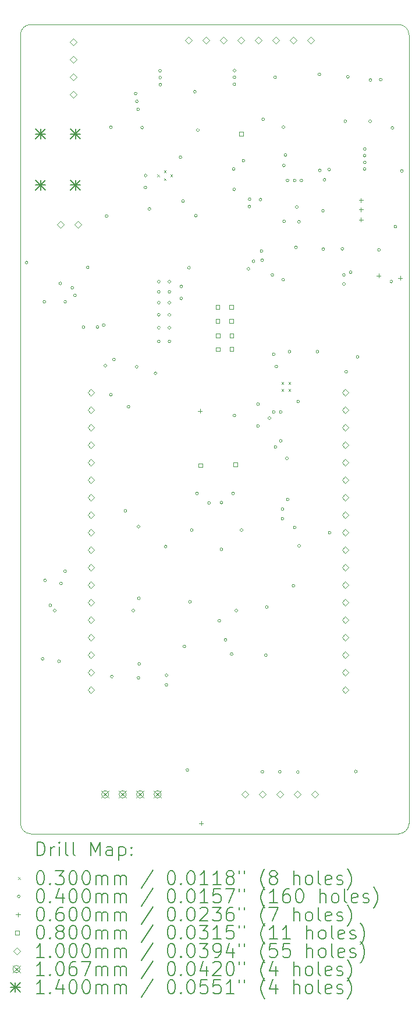
<source format=gbr>
%TF.GenerationSoftware,KiCad,Pcbnew,7.0.1*%
%TF.CreationDate,2023-05-29T11:49:04-05:00*%
%TF.ProjectId,bitaxeMax,62697461-7865-44d6-9178-2e6b69636164,rev?*%
%TF.SameCoordinates,Original*%
%TF.FileFunction,Drillmap*%
%TF.FilePolarity,Positive*%
%FSLAX45Y45*%
G04 Gerber Fmt 4.5, Leading zero omitted, Abs format (unit mm)*
G04 Created by KiCad (PCBNEW 7.0.1) date 2023-05-29 11:49:04*
%MOMM*%
%LPD*%
G01*
G04 APERTURE LIST*
%ADD10C,0.100000*%
%ADD11C,0.200000*%
%ADD12C,0.030000*%
%ADD13C,0.040000*%
%ADD14C,0.060000*%
%ADD15C,0.080000*%
%ADD16C,0.106680*%
%ADD17C,0.140000*%
G04 APERTURE END LIST*
D10*
X7869066Y-4750000D02*
G75*
G03*
X7719000Y-4900066I4J-150070D01*
G01*
X7719000Y-16349934D02*
G75*
G03*
X7869066Y-16500000I150070J4D01*
G01*
X13372000Y-4900000D02*
X13372000Y-16349934D01*
X13221934Y-16500000D02*
G75*
G03*
X13372000Y-16349934I-4J150070D01*
G01*
X13221934Y-16500000D02*
X7869066Y-16500000D01*
X7869066Y-4750000D02*
X13221934Y-4750000D01*
X7719000Y-4900066D02*
X7719000Y-16349934D01*
X13372000Y-4900000D02*
G75*
G03*
X13221934Y-4750000I-150030J-30D01*
G01*
D11*
D12*
X9710169Y-6927220D02*
X9740169Y-6957220D01*
X9740169Y-6927220D02*
X9710169Y-6957220D01*
X9805169Y-6869720D02*
X9835169Y-6899720D01*
X9835169Y-6869720D02*
X9805169Y-6899720D01*
X9805169Y-6984720D02*
X9835169Y-7014720D01*
X9835169Y-6984720D02*
X9805169Y-7014720D01*
X9900169Y-6927220D02*
X9930169Y-6957220D01*
X9930169Y-6927220D02*
X9900169Y-6957220D01*
X11517400Y-9942600D02*
X11547400Y-9972600D01*
X11547400Y-9942600D02*
X11517400Y-9972600D01*
X11517400Y-10042600D02*
X11547400Y-10072600D01*
X11547400Y-10042600D02*
X11517400Y-10072600D01*
X11617400Y-9942600D02*
X11647400Y-9972600D01*
X11647400Y-9942600D02*
X11617400Y-9972600D01*
X11617400Y-10042600D02*
X11647400Y-10072600D01*
X11647400Y-10042600D02*
X11617400Y-10072600D01*
D13*
X7829000Y-8206000D02*
G75*
G03*
X7829000Y-8206000I-20000J0D01*
G01*
X8061000Y-13960000D02*
G75*
G03*
X8061000Y-13960000I-20000J0D01*
G01*
X8086000Y-8776000D02*
G75*
G03*
X8086000Y-8776000I-20000J0D01*
G01*
X8097200Y-12821400D02*
G75*
G03*
X8097200Y-12821400I-20000J0D01*
G01*
X8173400Y-13182600D02*
G75*
G03*
X8173400Y-13182600I-20000J0D01*
G01*
X8236900Y-13258800D02*
G75*
G03*
X8236900Y-13258800I-20000J0D01*
G01*
X8300400Y-13995400D02*
G75*
G03*
X8300400Y-13995400I-20000J0D01*
G01*
X8319000Y-8509000D02*
G75*
G03*
X8319000Y-8509000I-20000J0D01*
G01*
X8328919Y-12866081D02*
G75*
G03*
X8328919Y-12866081I-20000J0D01*
G01*
X8388059Y-12687300D02*
G75*
G03*
X8388059Y-12687300I-20000J0D01*
G01*
X8390000Y-8775000D02*
G75*
G03*
X8390000Y-8775000I-20000J0D01*
G01*
X8493000Y-8573000D02*
G75*
G03*
X8493000Y-8573000I-20000J0D01*
G01*
X8532000Y-8681000D02*
G75*
G03*
X8532000Y-8681000I-20000J0D01*
G01*
X8656000Y-9144000D02*
G75*
G03*
X8656000Y-9144000I-20000J0D01*
G01*
X8717000Y-8277000D02*
G75*
G03*
X8717000Y-8277000I-20000J0D01*
G01*
X8860110Y-9144000D02*
G75*
G03*
X8860110Y-9144000I-20000J0D01*
G01*
X8950873Y-9115309D02*
G75*
G03*
X8950873Y-9115309I-20000J0D01*
G01*
X8973500Y-9702800D02*
G75*
G03*
X8973500Y-9702800I-20000J0D01*
G01*
X8993000Y-7531000D02*
G75*
G03*
X8993000Y-7531000I-20000J0D01*
G01*
X9055745Y-6241244D02*
G75*
G03*
X9055745Y-6241244I-20000J0D01*
G01*
X9056006Y-10124995D02*
G75*
G03*
X9056006Y-10124995I-20000J0D01*
G01*
X9068750Y-14217650D02*
G75*
G03*
X9068750Y-14217650I-20000J0D01*
G01*
X9100500Y-9613900D02*
G75*
G03*
X9100500Y-9613900I-20000J0D01*
G01*
X9265600Y-11811000D02*
G75*
G03*
X9265600Y-11811000I-20000J0D01*
G01*
X9311000Y-10299000D02*
G75*
G03*
X9311000Y-10299000I-20000J0D01*
G01*
X9379900Y-13258800D02*
G75*
G03*
X9379900Y-13258800I-20000J0D01*
G01*
X9415000Y-5752000D02*
G75*
G03*
X9415000Y-5752000I-20000J0D01*
G01*
X9430000Y-9719000D02*
G75*
G03*
X9430000Y-9719000I-20000J0D01*
G01*
X9432995Y-5866005D02*
G75*
G03*
X9432995Y-5866005I-20000J0D01*
G01*
X9451989Y-5981011D02*
G75*
G03*
X9451989Y-5981011I-20000J0D01*
G01*
X9456100Y-12039600D02*
G75*
G03*
X9456100Y-12039600I-20000J0D01*
G01*
X9456500Y-14236300D02*
G75*
G03*
X9456500Y-14236300I-20000J0D01*
G01*
X9462600Y-13081100D02*
G75*
G03*
X9462600Y-13081100I-20000J0D01*
G01*
X9467390Y-14034500D02*
G75*
G03*
X9467390Y-14034500I-20000J0D01*
G01*
X9509000Y-6247000D02*
G75*
G03*
X9509000Y-6247000I-20000J0D01*
G01*
X9556880Y-7118360D02*
G75*
G03*
X9556880Y-7118360I-20000J0D01*
G01*
X9560060Y-6943140D02*
G75*
G03*
X9560060Y-6943140I-20000J0D01*
G01*
X9615880Y-7427360D02*
G75*
G03*
X9615880Y-7427360I-20000J0D01*
G01*
X9704000Y-9814000D02*
G75*
G03*
X9704000Y-9814000I-20000J0D01*
G01*
X9752000Y-8483000D02*
G75*
G03*
X9752000Y-8483000I-20000J0D01*
G01*
X9752000Y-8631000D02*
G75*
G03*
X9752000Y-8631000I-20000J0D01*
G01*
X9752000Y-8787860D02*
G75*
G03*
X9752000Y-8787860I-20000J0D01*
G01*
X9752000Y-8965000D02*
G75*
G03*
X9752000Y-8965000I-20000J0D01*
G01*
X9752000Y-9152000D02*
G75*
G03*
X9752000Y-9152000I-20000J0D01*
G01*
X9752000Y-9350000D02*
G75*
G03*
X9752000Y-9350000I-20000J0D01*
G01*
X9770000Y-5421000D02*
G75*
G03*
X9770000Y-5421000I-20000J0D01*
G01*
X9772000Y-5520000D02*
G75*
G03*
X9772000Y-5520000I-20000J0D01*
G01*
X9774000Y-5623000D02*
G75*
G03*
X9774000Y-5623000I-20000J0D01*
G01*
X9852000Y-12330000D02*
G75*
G03*
X9852000Y-12330000I-20000J0D01*
G01*
X9862700Y-14337910D02*
G75*
G03*
X9862700Y-14337910I-20000J0D01*
G01*
X9864700Y-14198100D02*
G75*
G03*
X9864700Y-14198100I-20000J0D01*
G01*
X9906000Y-8483000D02*
G75*
G03*
X9906000Y-8483000I-20000J0D01*
G01*
X9906000Y-8631000D02*
G75*
G03*
X9906000Y-8631000I-20000J0D01*
G01*
X9906000Y-8787860D02*
G75*
G03*
X9906000Y-8787860I-20000J0D01*
G01*
X9906000Y-8965000D02*
G75*
G03*
X9906000Y-8965000I-20000J0D01*
G01*
X9906000Y-9152000D02*
G75*
G03*
X9906000Y-9152000I-20000J0D01*
G01*
X9906000Y-9350000D02*
G75*
G03*
X9906000Y-9350000I-20000J0D01*
G01*
X10067000Y-6677000D02*
G75*
G03*
X10067000Y-6677000I-20000J0D01*
G01*
X10078000Y-8552140D02*
G75*
G03*
X10078000Y-8552140I-20000J0D01*
G01*
X10078000Y-8727000D02*
G75*
G03*
X10078000Y-8727000I-20000J0D01*
G01*
X10105060Y-7313140D02*
G75*
G03*
X10105060Y-7313140I-20000J0D01*
G01*
X10123750Y-13780000D02*
G75*
G03*
X10123750Y-13780000I-20000J0D01*
G01*
X10167300Y-15573500D02*
G75*
G03*
X10167300Y-15573500I-20000J0D01*
G01*
X10191060Y-8281140D02*
G75*
G03*
X10191060Y-8281140I-20000J0D01*
G01*
X10205400Y-13131800D02*
G75*
G03*
X10205400Y-13131800I-20000J0D01*
G01*
X10230800Y-12090400D02*
G75*
G03*
X10230800Y-12090400I-20000J0D01*
G01*
X10277000Y-5725000D02*
G75*
G03*
X10277000Y-5725000I-20000J0D01*
G01*
X10290000Y-7526000D02*
G75*
G03*
X10290000Y-7526000I-20000J0D01*
G01*
X10307000Y-11559000D02*
G75*
G03*
X10307000Y-11559000I-20000J0D01*
G01*
X10320000Y-6283810D02*
G75*
G03*
X10320000Y-6283810I-20000J0D01*
G01*
X10483000Y-11695000D02*
G75*
G03*
X10483000Y-11695000I-20000J0D01*
G01*
X10631750Y-13409000D02*
G75*
G03*
X10631750Y-13409000I-20000J0D01*
G01*
X10662600Y-12369800D02*
G75*
G03*
X10662600Y-12369800I-20000J0D01*
G01*
X10665000Y-11692000D02*
G75*
G03*
X10665000Y-11692000I-20000J0D01*
G01*
X10721750Y-13684000D02*
G75*
G03*
X10721750Y-13684000I-20000J0D01*
G01*
X10811750Y-13892000D02*
G75*
G03*
X10811750Y-13892000I-20000J0D01*
G01*
X10832000Y-11558000D02*
G75*
G03*
X10832000Y-11558000I-20000J0D01*
G01*
X10842200Y-6848100D02*
G75*
G03*
X10842200Y-6848100I-20000J0D01*
G01*
X10847890Y-7144000D02*
G75*
G03*
X10847890Y-7144000I-20000J0D01*
G01*
X10851000Y-5619000D02*
G75*
G03*
X10851000Y-5619000I-20000J0D01*
G01*
X10852000Y-5517000D02*
G75*
G03*
X10852000Y-5517000I-20000J0D01*
G01*
X10853000Y-10427000D02*
G75*
G03*
X10853000Y-10427000I-20000J0D01*
G01*
X10854000Y-5418000D02*
G75*
G03*
X10854000Y-5418000I-20000J0D01*
G01*
X10878500Y-13258800D02*
G75*
G03*
X10878500Y-13258800I-20000J0D01*
G01*
X10954700Y-12090400D02*
G75*
G03*
X10954700Y-12090400I-20000J0D01*
G01*
X10984600Y-6726900D02*
G75*
G03*
X10984600Y-6726900I-20000J0D01*
G01*
X11056100Y-8298600D02*
G75*
G03*
X11056100Y-8298600I-20000J0D01*
G01*
X11069700Y-7392400D02*
G75*
G03*
X11069700Y-7392400I-20000J0D01*
G01*
X11073600Y-7286400D02*
G75*
G03*
X11073600Y-7286400I-20000J0D01*
G01*
X11130800Y-8187600D02*
G75*
G03*
X11130800Y-8187600I-20000J0D01*
G01*
X11196000Y-10261600D02*
G75*
G03*
X11196000Y-10261600I-20000J0D01*
G01*
X11196000Y-10579100D02*
G75*
G03*
X11196000Y-10579100I-20000J0D01*
G01*
X11232700Y-7290910D02*
G75*
G03*
X11232700Y-7290910I-20000J0D01*
G01*
X11247300Y-8039000D02*
G75*
G03*
X11247300Y-8039000I-20000J0D01*
G01*
X11255800Y-8170800D02*
G75*
G03*
X11255800Y-8170800I-20000J0D01*
G01*
X11257900Y-15599900D02*
G75*
G03*
X11257900Y-15599900I-20000J0D01*
G01*
X11271200Y-6125000D02*
G75*
G03*
X11271200Y-6125000I-20000J0D01*
G01*
X11310300Y-13906500D02*
G75*
G03*
X11310300Y-13906500I-20000J0D01*
G01*
X11323000Y-13208000D02*
G75*
G03*
X11323000Y-13208000I-20000J0D01*
G01*
X11361100Y-10464800D02*
G75*
G03*
X11361100Y-10464800I-20000J0D01*
G01*
X11403600Y-8385500D02*
G75*
G03*
X11403600Y-8385500I-20000J0D01*
G01*
X11424600Y-9537700D02*
G75*
G03*
X11424600Y-9537700I-20000J0D01*
G01*
X11424600Y-10375900D02*
G75*
G03*
X11424600Y-10375900I-20000J0D01*
G01*
X11443000Y-5516000D02*
G75*
G03*
X11443000Y-5516000I-20000J0D01*
G01*
X11450000Y-10883900D02*
G75*
G03*
X11450000Y-10883900I-20000J0D01*
G01*
X11462700Y-9715500D02*
G75*
G03*
X11462700Y-9715500I-20000J0D01*
G01*
X11511900Y-15599900D02*
G75*
G03*
X11511900Y-15599900I-20000J0D01*
G01*
X11526200Y-10375900D02*
G75*
G03*
X11526200Y-10375900I-20000J0D01*
G01*
X11526200Y-10795000D02*
G75*
G03*
X11526200Y-10795000I-20000J0D01*
G01*
X11551600Y-11785600D02*
G75*
G03*
X11551600Y-11785600I-20000J0D01*
G01*
X11551600Y-11925300D02*
G75*
G03*
X11551600Y-11925300I-20000J0D01*
G01*
X11561200Y-8455400D02*
G75*
G03*
X11561200Y-8455400I-20000J0D01*
G01*
X11565700Y-6241300D02*
G75*
G03*
X11565700Y-6241300I-20000J0D01*
G01*
X11571700Y-6797000D02*
G75*
G03*
X11571700Y-6797000I-20000J0D01*
G01*
X11574600Y-7607300D02*
G75*
G03*
X11574600Y-7607300I-20000J0D01*
G01*
X11594900Y-6644600D02*
G75*
G03*
X11594900Y-6644600I-20000J0D01*
G01*
X11615100Y-11049000D02*
G75*
G03*
X11615100Y-11049000I-20000J0D01*
G01*
X11624400Y-7012600D02*
G75*
G03*
X11624400Y-7012600I-20000J0D01*
G01*
X11627800Y-11645900D02*
G75*
G03*
X11627800Y-11645900I-20000J0D01*
G01*
X11653200Y-9499600D02*
G75*
G03*
X11653200Y-9499600I-20000J0D01*
G01*
X11711000Y-12899000D02*
G75*
G03*
X11711000Y-12899000I-20000J0D01*
G01*
X11729400Y-12052300D02*
G75*
G03*
X11729400Y-12052300I-20000J0D01*
G01*
X11729700Y-7013800D02*
G75*
G03*
X11729700Y-7013800I-20000J0D01*
G01*
X11746400Y-7985800D02*
G75*
G03*
X11746400Y-7985800I-20000J0D01*
G01*
X11760314Y-7398744D02*
G75*
G03*
X11760314Y-7398744I-20000J0D01*
G01*
X11774900Y-15603600D02*
G75*
G03*
X11774900Y-15603600I-20000J0D01*
G01*
X11780200Y-10223500D02*
G75*
G03*
X11780200Y-10223500I-20000J0D01*
G01*
X11791710Y-7613900D02*
G75*
G03*
X11791710Y-7613900I-20000J0D01*
G01*
X11793000Y-12319000D02*
G75*
G03*
X11793000Y-12319000I-20000J0D01*
G01*
X11826558Y-7014647D02*
G75*
G03*
X11826558Y-7014647I-20000J0D01*
G01*
X12059600Y-9499600D02*
G75*
G03*
X12059600Y-9499600I-20000J0D01*
G01*
X12087600Y-5472600D02*
G75*
G03*
X12087600Y-5472600I-20000J0D01*
G01*
X12094300Y-6868010D02*
G75*
G03*
X12094300Y-6868010I-20000J0D01*
G01*
X12141000Y-7454700D02*
G75*
G03*
X12141000Y-7454700I-20000J0D01*
G01*
X12144800Y-8010000D02*
G75*
G03*
X12144800Y-8010000I-20000J0D01*
G01*
X12163700Y-7003790D02*
G75*
G03*
X12163700Y-7003790I-20000J0D01*
G01*
X12231300Y-6857300D02*
G75*
G03*
X12231300Y-6857300I-20000J0D01*
G01*
X12237400Y-12128500D02*
G75*
G03*
X12237400Y-12128500I-20000J0D01*
G01*
X12237400Y-12128500D02*
G75*
G03*
X12237400Y-12128500I-20000J0D01*
G01*
X12421900Y-8008000D02*
G75*
G03*
X12421900Y-8008000I-20000J0D01*
G01*
X12445300Y-8385200D02*
G75*
G03*
X12445300Y-8385200I-20000J0D01*
G01*
X12445300Y-8516800D02*
G75*
G03*
X12445300Y-8516800I-20000J0D01*
G01*
X12464700Y-6155100D02*
G75*
G03*
X12464700Y-6155100I-20000J0D01*
G01*
X12478700Y-9791700D02*
G75*
G03*
X12478700Y-9791700I-20000J0D01*
G01*
X12503000Y-5510000D02*
G75*
G03*
X12503000Y-5510000I-20000J0D01*
G01*
X12543600Y-8347200D02*
G75*
G03*
X12543600Y-8347200I-20000J0D01*
G01*
X12618400Y-15595600D02*
G75*
G03*
X12618400Y-15595600I-20000J0D01*
G01*
X12643800Y-9575800D02*
G75*
G03*
X12643800Y-9575800I-20000J0D01*
G01*
X12745627Y-6847556D02*
G75*
G03*
X12745627Y-6847556I-20000J0D01*
G01*
X12747030Y-6654376D02*
G75*
G03*
X12747030Y-6654376I-20000J0D01*
G01*
X12748700Y-6559200D02*
G75*
G03*
X12748700Y-6559200I-20000J0D01*
G01*
X12749072Y-6752428D02*
G75*
G03*
X12749072Y-6752428I-20000J0D01*
G01*
X12826000Y-6154900D02*
G75*
G03*
X12826000Y-6154900I-20000J0D01*
G01*
X12832000Y-5555000D02*
G75*
G03*
X12832000Y-5555000I-20000J0D01*
G01*
X12954800Y-8024100D02*
G75*
G03*
X12954800Y-8024100I-20000J0D01*
G01*
X12981000Y-5549000D02*
G75*
G03*
X12981000Y-5549000I-20000J0D01*
G01*
X13133300Y-8482200D02*
G75*
G03*
X13133300Y-8482200I-20000J0D01*
G01*
X13150000Y-6250000D02*
G75*
G03*
X13150000Y-6250000I-20000J0D01*
G01*
X13194400Y-7684800D02*
G75*
G03*
X13194400Y-7684800I-20000J0D01*
G01*
X13286500Y-6876000D02*
G75*
G03*
X13286500Y-6876000I-20000J0D01*
G01*
D14*
X10333200Y-10330500D02*
X10333200Y-10390500D01*
X10303200Y-10360500D02*
X10363200Y-10360500D01*
X10350500Y-16318200D02*
X10350500Y-16378200D01*
X10320500Y-16348200D02*
X10380500Y-16348200D01*
X12671900Y-7271200D02*
X12671900Y-7331200D01*
X12641900Y-7301200D02*
X12701900Y-7301200D01*
X12671900Y-7407200D02*
X12671900Y-7467200D01*
X12641900Y-7437200D02*
X12701900Y-7437200D01*
X12671900Y-7554200D02*
X12671900Y-7614200D01*
X12641900Y-7584200D02*
X12701900Y-7584200D01*
X12931000Y-8368000D02*
X12931000Y-8428000D01*
X12901000Y-8398000D02*
X12961000Y-8398000D01*
X13245000Y-8399000D02*
X13245000Y-8459000D01*
X13215000Y-8429000D02*
X13275000Y-8429000D01*
D15*
X10366085Y-11178885D02*
X10366085Y-11122316D01*
X10309516Y-11122316D01*
X10309516Y-11178885D01*
X10366085Y-11178885D01*
X10616285Y-8878285D02*
X10616285Y-8821716D01*
X10559716Y-8821716D01*
X10559716Y-8878285D01*
X10616285Y-8878285D01*
X10616285Y-9082285D02*
X10616285Y-9025716D01*
X10559716Y-9025716D01*
X10559716Y-9082285D01*
X10616285Y-9082285D01*
X10618285Y-9293285D02*
X10618285Y-9236716D01*
X10561716Y-9236716D01*
X10561716Y-9293285D01*
X10618285Y-9293285D01*
X10621285Y-9495285D02*
X10621285Y-9438716D01*
X10564716Y-9438716D01*
X10564716Y-9495285D01*
X10621285Y-9495285D01*
X10813285Y-8880285D02*
X10813285Y-8823716D01*
X10756716Y-8823716D01*
X10756716Y-8880285D01*
X10813285Y-8880285D01*
X10815285Y-9082285D02*
X10815285Y-9025716D01*
X10758716Y-9025716D01*
X10758716Y-9082285D01*
X10815285Y-9082285D01*
X10819285Y-9295285D02*
X10819285Y-9238716D01*
X10762716Y-9238716D01*
X10762716Y-9295285D01*
X10819285Y-9295285D01*
X10819285Y-9492285D02*
X10819285Y-9435716D01*
X10762716Y-9435716D01*
X10762716Y-9492285D01*
X10819285Y-9492285D01*
X10874085Y-11166185D02*
X10874085Y-11109616D01*
X10817516Y-11109616D01*
X10817516Y-11166185D01*
X10874085Y-11166185D01*
X10960585Y-6364284D02*
X10960585Y-6307715D01*
X10904016Y-6307715D01*
X10904016Y-6364284D01*
X10960585Y-6364284D01*
D10*
X8300000Y-7704000D02*
X8350000Y-7654000D01*
X8300000Y-7604000D01*
X8250000Y-7654000D01*
X8300000Y-7704000D01*
X8485900Y-5054900D02*
X8535900Y-5004900D01*
X8485900Y-4954900D01*
X8435900Y-5004900D01*
X8485900Y-5054900D01*
X8485900Y-5308900D02*
X8535900Y-5258900D01*
X8485900Y-5208900D01*
X8435900Y-5258900D01*
X8485900Y-5308900D01*
X8485900Y-5562900D02*
X8535900Y-5512900D01*
X8485900Y-5462900D01*
X8435900Y-5512900D01*
X8485900Y-5562900D01*
X8485900Y-5816900D02*
X8535900Y-5766900D01*
X8485900Y-5716900D01*
X8435900Y-5766900D01*
X8485900Y-5816900D01*
X8554000Y-7704000D02*
X8604000Y-7654000D01*
X8554000Y-7604000D01*
X8504000Y-7654000D01*
X8554000Y-7704000D01*
X8746000Y-10143800D02*
X8796000Y-10093800D01*
X8746000Y-10043800D01*
X8696000Y-10093800D01*
X8746000Y-10143800D01*
X8746000Y-10397800D02*
X8796000Y-10347800D01*
X8746000Y-10297800D01*
X8696000Y-10347800D01*
X8746000Y-10397800D01*
X8746000Y-10651800D02*
X8796000Y-10601800D01*
X8746000Y-10551800D01*
X8696000Y-10601800D01*
X8746000Y-10651800D01*
X8746000Y-10905800D02*
X8796000Y-10855800D01*
X8746000Y-10805800D01*
X8696000Y-10855800D01*
X8746000Y-10905800D01*
X8746000Y-11159800D02*
X8796000Y-11109800D01*
X8746000Y-11059800D01*
X8696000Y-11109800D01*
X8746000Y-11159800D01*
X8746000Y-11413800D02*
X8796000Y-11363800D01*
X8746000Y-11313800D01*
X8696000Y-11363800D01*
X8746000Y-11413800D01*
X8746000Y-11667800D02*
X8796000Y-11617800D01*
X8746000Y-11567800D01*
X8696000Y-11617800D01*
X8746000Y-11667800D01*
X8746000Y-11921800D02*
X8796000Y-11871800D01*
X8746000Y-11821800D01*
X8696000Y-11871800D01*
X8746000Y-11921800D01*
X8746000Y-12175800D02*
X8796000Y-12125800D01*
X8746000Y-12075800D01*
X8696000Y-12125800D01*
X8746000Y-12175800D01*
X8746000Y-12429800D02*
X8796000Y-12379800D01*
X8746000Y-12329800D01*
X8696000Y-12379800D01*
X8746000Y-12429800D01*
X8746000Y-12683800D02*
X8796000Y-12633800D01*
X8746000Y-12583800D01*
X8696000Y-12633800D01*
X8746000Y-12683800D01*
X8746000Y-12937800D02*
X8796000Y-12887800D01*
X8746000Y-12837800D01*
X8696000Y-12887800D01*
X8746000Y-12937800D01*
X8746000Y-13191800D02*
X8796000Y-13141800D01*
X8746000Y-13091800D01*
X8696000Y-13141800D01*
X8746000Y-13191800D01*
X8746000Y-13445800D02*
X8796000Y-13395800D01*
X8746000Y-13345800D01*
X8696000Y-13395800D01*
X8746000Y-13445800D01*
X8746000Y-13699800D02*
X8796000Y-13649800D01*
X8746000Y-13599800D01*
X8696000Y-13649800D01*
X8746000Y-13699800D01*
X8746000Y-13953800D02*
X8796000Y-13903800D01*
X8746000Y-13853800D01*
X8696000Y-13903800D01*
X8746000Y-13953800D01*
X8746000Y-14207800D02*
X8796000Y-14157800D01*
X8746000Y-14107800D01*
X8696000Y-14157800D01*
X8746000Y-14207800D01*
X8746000Y-14461800D02*
X8796000Y-14411800D01*
X8746000Y-14361800D01*
X8696000Y-14411800D01*
X8746000Y-14461800D01*
X10162600Y-5029900D02*
X10212600Y-4979900D01*
X10162600Y-4929900D01*
X10112600Y-4979900D01*
X10162600Y-5029900D01*
X10416600Y-5029900D02*
X10466600Y-4979900D01*
X10416600Y-4929900D01*
X10366600Y-4979900D01*
X10416600Y-5029900D01*
X10670600Y-5029900D02*
X10720600Y-4979900D01*
X10670600Y-4929900D01*
X10620600Y-4979900D01*
X10670600Y-5029900D01*
X10924600Y-5029900D02*
X10974600Y-4979900D01*
X10924600Y-4929900D01*
X10874600Y-4979900D01*
X10924600Y-5029900D01*
X10987500Y-15979200D02*
X11037500Y-15929200D01*
X10987500Y-15879200D01*
X10937500Y-15929200D01*
X10987500Y-15979200D01*
X11178600Y-5029900D02*
X11228600Y-4979900D01*
X11178600Y-4929900D01*
X11128600Y-4979900D01*
X11178600Y-5029900D01*
X11241500Y-15979200D02*
X11291500Y-15929200D01*
X11241500Y-15879200D01*
X11191500Y-15929200D01*
X11241500Y-15979200D01*
X11432600Y-5029900D02*
X11482600Y-4979900D01*
X11432600Y-4929900D01*
X11382600Y-4979900D01*
X11432600Y-5029900D01*
X11495500Y-15979200D02*
X11545500Y-15929200D01*
X11495500Y-15879200D01*
X11445500Y-15929200D01*
X11495500Y-15979200D01*
X11686600Y-5029900D02*
X11736600Y-4979900D01*
X11686600Y-4929900D01*
X11636600Y-4979900D01*
X11686600Y-5029900D01*
X11749500Y-15979200D02*
X11799500Y-15929200D01*
X11749500Y-15879200D01*
X11699500Y-15929200D01*
X11749500Y-15979200D01*
X11940600Y-5029900D02*
X11990600Y-4979900D01*
X11940600Y-4929900D01*
X11890600Y-4979900D01*
X11940600Y-5029900D01*
X12003500Y-15979200D02*
X12053500Y-15929200D01*
X12003500Y-15879200D01*
X11953500Y-15929200D01*
X12003500Y-15979200D01*
X12446000Y-10143800D02*
X12496000Y-10093800D01*
X12446000Y-10043800D01*
X12396000Y-10093800D01*
X12446000Y-10143800D01*
X12446000Y-10397800D02*
X12496000Y-10347800D01*
X12446000Y-10297800D01*
X12396000Y-10347800D01*
X12446000Y-10397800D01*
X12446000Y-10651800D02*
X12496000Y-10601800D01*
X12446000Y-10551800D01*
X12396000Y-10601800D01*
X12446000Y-10651800D01*
X12446000Y-10905800D02*
X12496000Y-10855800D01*
X12446000Y-10805800D01*
X12396000Y-10855800D01*
X12446000Y-10905800D01*
X12446000Y-11159800D02*
X12496000Y-11109800D01*
X12446000Y-11059800D01*
X12396000Y-11109800D01*
X12446000Y-11159800D01*
X12446000Y-11413800D02*
X12496000Y-11363800D01*
X12446000Y-11313800D01*
X12396000Y-11363800D01*
X12446000Y-11413800D01*
X12446000Y-11667800D02*
X12496000Y-11617800D01*
X12446000Y-11567800D01*
X12396000Y-11617800D01*
X12446000Y-11667800D01*
X12446000Y-11921800D02*
X12496000Y-11871800D01*
X12446000Y-11821800D01*
X12396000Y-11871800D01*
X12446000Y-11921800D01*
X12446000Y-12175800D02*
X12496000Y-12125800D01*
X12446000Y-12075800D01*
X12396000Y-12125800D01*
X12446000Y-12175800D01*
X12446000Y-12429800D02*
X12496000Y-12379800D01*
X12446000Y-12329800D01*
X12396000Y-12379800D01*
X12446000Y-12429800D01*
X12446000Y-12683800D02*
X12496000Y-12633800D01*
X12446000Y-12583800D01*
X12396000Y-12633800D01*
X12446000Y-12683800D01*
X12446000Y-12937800D02*
X12496000Y-12887800D01*
X12446000Y-12837800D01*
X12396000Y-12887800D01*
X12446000Y-12937800D01*
X12446000Y-13191800D02*
X12496000Y-13141800D01*
X12446000Y-13091800D01*
X12396000Y-13141800D01*
X12446000Y-13191800D01*
X12446000Y-13445800D02*
X12496000Y-13395800D01*
X12446000Y-13345800D01*
X12396000Y-13395800D01*
X12446000Y-13445800D01*
X12446000Y-13699800D02*
X12496000Y-13649800D01*
X12446000Y-13599800D01*
X12396000Y-13649800D01*
X12446000Y-13699800D01*
X12446000Y-13953800D02*
X12496000Y-13903800D01*
X12446000Y-13853800D01*
X12396000Y-13903800D01*
X12446000Y-13953800D01*
X12446000Y-14207800D02*
X12496000Y-14157800D01*
X12446000Y-14107800D01*
X12396000Y-14157800D01*
X12446000Y-14207800D01*
X12446000Y-14461800D02*
X12496000Y-14411800D01*
X12446000Y-14361800D01*
X12396000Y-14411800D01*
X12446000Y-14461800D01*
D16*
X8899100Y-15874245D02*
X9005780Y-15980925D01*
X9005780Y-15874245D02*
X8899100Y-15980925D01*
X9005780Y-15927585D02*
G75*
G03*
X9005780Y-15927585I-53340J0D01*
G01*
X9153100Y-15874245D02*
X9259780Y-15980925D01*
X9259780Y-15874245D02*
X9153100Y-15980925D01*
X9259780Y-15927585D02*
G75*
G03*
X9259780Y-15927585I-53340J0D01*
G01*
X9407100Y-15874245D02*
X9513780Y-15980925D01*
X9513780Y-15874245D02*
X9407100Y-15980925D01*
X9513780Y-15927585D02*
G75*
G03*
X9513780Y-15927585I-53340J0D01*
G01*
X9661100Y-15874245D02*
X9767780Y-15980925D01*
X9767780Y-15874245D02*
X9661100Y-15980925D01*
X9767780Y-15927585D02*
G75*
G03*
X9767780Y-15927585I-53340J0D01*
G01*
D17*
X7941000Y-6269000D02*
X8081000Y-6409000D01*
X8081000Y-6269000D02*
X7941000Y-6409000D01*
X8011000Y-6269000D02*
X8011000Y-6409000D01*
X7941000Y-6339000D02*
X8081000Y-6339000D01*
X7941000Y-7011000D02*
X8081000Y-7151000D01*
X8081000Y-7011000D02*
X7941000Y-7151000D01*
X8011000Y-7011000D02*
X8011000Y-7151000D01*
X7941000Y-7081000D02*
X8081000Y-7081000D01*
X8449000Y-6269000D02*
X8589000Y-6409000D01*
X8589000Y-6269000D02*
X8449000Y-6409000D01*
X8519000Y-6269000D02*
X8519000Y-6409000D01*
X8449000Y-6339000D02*
X8589000Y-6339000D01*
X8449000Y-7011000D02*
X8589000Y-7151000D01*
X8589000Y-7011000D02*
X8449000Y-7151000D01*
X8519000Y-7011000D02*
X8519000Y-7151000D01*
X8449000Y-7081000D02*
X8589000Y-7081000D01*
D11*
X7961619Y-16817524D02*
X7961619Y-16617524D01*
X7961619Y-16617524D02*
X8009238Y-16617524D01*
X8009238Y-16617524D02*
X8037809Y-16627048D01*
X8037809Y-16627048D02*
X8056857Y-16646095D01*
X8056857Y-16646095D02*
X8066381Y-16665143D01*
X8066381Y-16665143D02*
X8075905Y-16703238D01*
X8075905Y-16703238D02*
X8075905Y-16731809D01*
X8075905Y-16731809D02*
X8066381Y-16769905D01*
X8066381Y-16769905D02*
X8056857Y-16788952D01*
X8056857Y-16788952D02*
X8037809Y-16808000D01*
X8037809Y-16808000D02*
X8009238Y-16817524D01*
X8009238Y-16817524D02*
X7961619Y-16817524D01*
X8161619Y-16817524D02*
X8161619Y-16684190D01*
X8161619Y-16722286D02*
X8171143Y-16703238D01*
X8171143Y-16703238D02*
X8180667Y-16693714D01*
X8180667Y-16693714D02*
X8199714Y-16684190D01*
X8199714Y-16684190D02*
X8218762Y-16684190D01*
X8285428Y-16817524D02*
X8285428Y-16684190D01*
X8285428Y-16617524D02*
X8275905Y-16627048D01*
X8275905Y-16627048D02*
X8285428Y-16636571D01*
X8285428Y-16636571D02*
X8294952Y-16627048D01*
X8294952Y-16627048D02*
X8285428Y-16617524D01*
X8285428Y-16617524D02*
X8285428Y-16636571D01*
X8409238Y-16817524D02*
X8390190Y-16808000D01*
X8390190Y-16808000D02*
X8380667Y-16788952D01*
X8380667Y-16788952D02*
X8380667Y-16617524D01*
X8514000Y-16817524D02*
X8494952Y-16808000D01*
X8494952Y-16808000D02*
X8485429Y-16788952D01*
X8485429Y-16788952D02*
X8485429Y-16617524D01*
X8742571Y-16817524D02*
X8742571Y-16617524D01*
X8742571Y-16617524D02*
X8809238Y-16760381D01*
X8809238Y-16760381D02*
X8875905Y-16617524D01*
X8875905Y-16617524D02*
X8875905Y-16817524D01*
X9056857Y-16817524D02*
X9056857Y-16712762D01*
X9056857Y-16712762D02*
X9047333Y-16693714D01*
X9047333Y-16693714D02*
X9028286Y-16684190D01*
X9028286Y-16684190D02*
X8990190Y-16684190D01*
X8990190Y-16684190D02*
X8971143Y-16693714D01*
X9056857Y-16808000D02*
X9037810Y-16817524D01*
X9037810Y-16817524D02*
X8990190Y-16817524D01*
X8990190Y-16817524D02*
X8971143Y-16808000D01*
X8971143Y-16808000D02*
X8961619Y-16788952D01*
X8961619Y-16788952D02*
X8961619Y-16769905D01*
X8961619Y-16769905D02*
X8971143Y-16750857D01*
X8971143Y-16750857D02*
X8990190Y-16741333D01*
X8990190Y-16741333D02*
X9037810Y-16741333D01*
X9037810Y-16741333D02*
X9056857Y-16731809D01*
X9152095Y-16684190D02*
X9152095Y-16884190D01*
X9152095Y-16693714D02*
X9171143Y-16684190D01*
X9171143Y-16684190D02*
X9209238Y-16684190D01*
X9209238Y-16684190D02*
X9228286Y-16693714D01*
X9228286Y-16693714D02*
X9237810Y-16703238D01*
X9237810Y-16703238D02*
X9247333Y-16722286D01*
X9247333Y-16722286D02*
X9247333Y-16779429D01*
X9247333Y-16779429D02*
X9237810Y-16798476D01*
X9237810Y-16798476D02*
X9228286Y-16808000D01*
X9228286Y-16808000D02*
X9209238Y-16817524D01*
X9209238Y-16817524D02*
X9171143Y-16817524D01*
X9171143Y-16817524D02*
X9152095Y-16808000D01*
X9333048Y-16798476D02*
X9342571Y-16808000D01*
X9342571Y-16808000D02*
X9333048Y-16817524D01*
X9333048Y-16817524D02*
X9323524Y-16808000D01*
X9323524Y-16808000D02*
X9333048Y-16798476D01*
X9333048Y-16798476D02*
X9333048Y-16817524D01*
X9333048Y-16693714D02*
X9342571Y-16703238D01*
X9342571Y-16703238D02*
X9333048Y-16712762D01*
X9333048Y-16712762D02*
X9323524Y-16703238D01*
X9323524Y-16703238D02*
X9333048Y-16693714D01*
X9333048Y-16693714D02*
X9333048Y-16712762D01*
D12*
X7684000Y-17130000D02*
X7714000Y-17160000D01*
X7714000Y-17130000D02*
X7684000Y-17160000D01*
D11*
X7999714Y-17037524D02*
X8018762Y-17037524D01*
X8018762Y-17037524D02*
X8037809Y-17047048D01*
X8037809Y-17047048D02*
X8047333Y-17056571D01*
X8047333Y-17056571D02*
X8056857Y-17075619D01*
X8056857Y-17075619D02*
X8066381Y-17113714D01*
X8066381Y-17113714D02*
X8066381Y-17161333D01*
X8066381Y-17161333D02*
X8056857Y-17199429D01*
X8056857Y-17199429D02*
X8047333Y-17218476D01*
X8047333Y-17218476D02*
X8037809Y-17228000D01*
X8037809Y-17228000D02*
X8018762Y-17237524D01*
X8018762Y-17237524D02*
X7999714Y-17237524D01*
X7999714Y-17237524D02*
X7980667Y-17228000D01*
X7980667Y-17228000D02*
X7971143Y-17218476D01*
X7971143Y-17218476D02*
X7961619Y-17199429D01*
X7961619Y-17199429D02*
X7952095Y-17161333D01*
X7952095Y-17161333D02*
X7952095Y-17113714D01*
X7952095Y-17113714D02*
X7961619Y-17075619D01*
X7961619Y-17075619D02*
X7971143Y-17056571D01*
X7971143Y-17056571D02*
X7980667Y-17047048D01*
X7980667Y-17047048D02*
X7999714Y-17037524D01*
X8152095Y-17218476D02*
X8161619Y-17228000D01*
X8161619Y-17228000D02*
X8152095Y-17237524D01*
X8152095Y-17237524D02*
X8142571Y-17228000D01*
X8142571Y-17228000D02*
X8152095Y-17218476D01*
X8152095Y-17218476D02*
X8152095Y-17237524D01*
X8228286Y-17037524D02*
X8352095Y-17037524D01*
X8352095Y-17037524D02*
X8285428Y-17113714D01*
X8285428Y-17113714D02*
X8314000Y-17113714D01*
X8314000Y-17113714D02*
X8333048Y-17123238D01*
X8333048Y-17123238D02*
X8342571Y-17132762D01*
X8342571Y-17132762D02*
X8352095Y-17151810D01*
X8352095Y-17151810D02*
X8352095Y-17199429D01*
X8352095Y-17199429D02*
X8342571Y-17218476D01*
X8342571Y-17218476D02*
X8333048Y-17228000D01*
X8333048Y-17228000D02*
X8314000Y-17237524D01*
X8314000Y-17237524D02*
X8256857Y-17237524D01*
X8256857Y-17237524D02*
X8237809Y-17228000D01*
X8237809Y-17228000D02*
X8228286Y-17218476D01*
X8475905Y-17037524D02*
X8494952Y-17037524D01*
X8494952Y-17037524D02*
X8514000Y-17047048D01*
X8514000Y-17047048D02*
X8523524Y-17056571D01*
X8523524Y-17056571D02*
X8533048Y-17075619D01*
X8533048Y-17075619D02*
X8542571Y-17113714D01*
X8542571Y-17113714D02*
X8542571Y-17161333D01*
X8542571Y-17161333D02*
X8533048Y-17199429D01*
X8533048Y-17199429D02*
X8523524Y-17218476D01*
X8523524Y-17218476D02*
X8514000Y-17228000D01*
X8514000Y-17228000D02*
X8494952Y-17237524D01*
X8494952Y-17237524D02*
X8475905Y-17237524D01*
X8475905Y-17237524D02*
X8456857Y-17228000D01*
X8456857Y-17228000D02*
X8447333Y-17218476D01*
X8447333Y-17218476D02*
X8437810Y-17199429D01*
X8437810Y-17199429D02*
X8428286Y-17161333D01*
X8428286Y-17161333D02*
X8428286Y-17113714D01*
X8428286Y-17113714D02*
X8437810Y-17075619D01*
X8437810Y-17075619D02*
X8447333Y-17056571D01*
X8447333Y-17056571D02*
X8456857Y-17047048D01*
X8456857Y-17047048D02*
X8475905Y-17037524D01*
X8666381Y-17037524D02*
X8685429Y-17037524D01*
X8685429Y-17037524D02*
X8704476Y-17047048D01*
X8704476Y-17047048D02*
X8714000Y-17056571D01*
X8714000Y-17056571D02*
X8723524Y-17075619D01*
X8723524Y-17075619D02*
X8733048Y-17113714D01*
X8733048Y-17113714D02*
X8733048Y-17161333D01*
X8733048Y-17161333D02*
X8723524Y-17199429D01*
X8723524Y-17199429D02*
X8714000Y-17218476D01*
X8714000Y-17218476D02*
X8704476Y-17228000D01*
X8704476Y-17228000D02*
X8685429Y-17237524D01*
X8685429Y-17237524D02*
X8666381Y-17237524D01*
X8666381Y-17237524D02*
X8647333Y-17228000D01*
X8647333Y-17228000D02*
X8637810Y-17218476D01*
X8637810Y-17218476D02*
X8628286Y-17199429D01*
X8628286Y-17199429D02*
X8618762Y-17161333D01*
X8618762Y-17161333D02*
X8618762Y-17113714D01*
X8618762Y-17113714D02*
X8628286Y-17075619D01*
X8628286Y-17075619D02*
X8637810Y-17056571D01*
X8637810Y-17056571D02*
X8647333Y-17047048D01*
X8647333Y-17047048D02*
X8666381Y-17037524D01*
X8818762Y-17237524D02*
X8818762Y-17104190D01*
X8818762Y-17123238D02*
X8828286Y-17113714D01*
X8828286Y-17113714D02*
X8847333Y-17104190D01*
X8847333Y-17104190D02*
X8875905Y-17104190D01*
X8875905Y-17104190D02*
X8894952Y-17113714D01*
X8894952Y-17113714D02*
X8904476Y-17132762D01*
X8904476Y-17132762D02*
X8904476Y-17237524D01*
X8904476Y-17132762D02*
X8914000Y-17113714D01*
X8914000Y-17113714D02*
X8933048Y-17104190D01*
X8933048Y-17104190D02*
X8961619Y-17104190D01*
X8961619Y-17104190D02*
X8980667Y-17113714D01*
X8980667Y-17113714D02*
X8990191Y-17132762D01*
X8990191Y-17132762D02*
X8990191Y-17237524D01*
X9085429Y-17237524D02*
X9085429Y-17104190D01*
X9085429Y-17123238D02*
X9094952Y-17113714D01*
X9094952Y-17113714D02*
X9114000Y-17104190D01*
X9114000Y-17104190D02*
X9142572Y-17104190D01*
X9142572Y-17104190D02*
X9161619Y-17113714D01*
X9161619Y-17113714D02*
X9171143Y-17132762D01*
X9171143Y-17132762D02*
X9171143Y-17237524D01*
X9171143Y-17132762D02*
X9180667Y-17113714D01*
X9180667Y-17113714D02*
X9199714Y-17104190D01*
X9199714Y-17104190D02*
X9228286Y-17104190D01*
X9228286Y-17104190D02*
X9247333Y-17113714D01*
X9247333Y-17113714D02*
X9256857Y-17132762D01*
X9256857Y-17132762D02*
X9256857Y-17237524D01*
X9647333Y-17028000D02*
X9475905Y-17285143D01*
X9904476Y-17037524D02*
X9923524Y-17037524D01*
X9923524Y-17037524D02*
X9942572Y-17047048D01*
X9942572Y-17047048D02*
X9952095Y-17056571D01*
X9952095Y-17056571D02*
X9961619Y-17075619D01*
X9961619Y-17075619D02*
X9971143Y-17113714D01*
X9971143Y-17113714D02*
X9971143Y-17161333D01*
X9971143Y-17161333D02*
X9961619Y-17199429D01*
X9961619Y-17199429D02*
X9952095Y-17218476D01*
X9952095Y-17218476D02*
X9942572Y-17228000D01*
X9942572Y-17228000D02*
X9923524Y-17237524D01*
X9923524Y-17237524D02*
X9904476Y-17237524D01*
X9904476Y-17237524D02*
X9885429Y-17228000D01*
X9885429Y-17228000D02*
X9875905Y-17218476D01*
X9875905Y-17218476D02*
X9866381Y-17199429D01*
X9866381Y-17199429D02*
X9856857Y-17161333D01*
X9856857Y-17161333D02*
X9856857Y-17113714D01*
X9856857Y-17113714D02*
X9866381Y-17075619D01*
X9866381Y-17075619D02*
X9875905Y-17056571D01*
X9875905Y-17056571D02*
X9885429Y-17047048D01*
X9885429Y-17047048D02*
X9904476Y-17037524D01*
X10056857Y-17218476D02*
X10066381Y-17228000D01*
X10066381Y-17228000D02*
X10056857Y-17237524D01*
X10056857Y-17237524D02*
X10047334Y-17228000D01*
X10047334Y-17228000D02*
X10056857Y-17218476D01*
X10056857Y-17218476D02*
X10056857Y-17237524D01*
X10190191Y-17037524D02*
X10209238Y-17037524D01*
X10209238Y-17037524D02*
X10228286Y-17047048D01*
X10228286Y-17047048D02*
X10237810Y-17056571D01*
X10237810Y-17056571D02*
X10247334Y-17075619D01*
X10247334Y-17075619D02*
X10256857Y-17113714D01*
X10256857Y-17113714D02*
X10256857Y-17161333D01*
X10256857Y-17161333D02*
X10247334Y-17199429D01*
X10247334Y-17199429D02*
X10237810Y-17218476D01*
X10237810Y-17218476D02*
X10228286Y-17228000D01*
X10228286Y-17228000D02*
X10209238Y-17237524D01*
X10209238Y-17237524D02*
X10190191Y-17237524D01*
X10190191Y-17237524D02*
X10171143Y-17228000D01*
X10171143Y-17228000D02*
X10161619Y-17218476D01*
X10161619Y-17218476D02*
X10152095Y-17199429D01*
X10152095Y-17199429D02*
X10142572Y-17161333D01*
X10142572Y-17161333D02*
X10142572Y-17113714D01*
X10142572Y-17113714D02*
X10152095Y-17075619D01*
X10152095Y-17075619D02*
X10161619Y-17056571D01*
X10161619Y-17056571D02*
X10171143Y-17047048D01*
X10171143Y-17047048D02*
X10190191Y-17037524D01*
X10447334Y-17237524D02*
X10333048Y-17237524D01*
X10390191Y-17237524D02*
X10390191Y-17037524D01*
X10390191Y-17037524D02*
X10371143Y-17066095D01*
X10371143Y-17066095D02*
X10352095Y-17085143D01*
X10352095Y-17085143D02*
X10333048Y-17094667D01*
X10637810Y-17237524D02*
X10523524Y-17237524D01*
X10580667Y-17237524D02*
X10580667Y-17037524D01*
X10580667Y-17037524D02*
X10561619Y-17066095D01*
X10561619Y-17066095D02*
X10542572Y-17085143D01*
X10542572Y-17085143D02*
X10523524Y-17094667D01*
X10752095Y-17123238D02*
X10733048Y-17113714D01*
X10733048Y-17113714D02*
X10723524Y-17104190D01*
X10723524Y-17104190D02*
X10714000Y-17085143D01*
X10714000Y-17085143D02*
X10714000Y-17075619D01*
X10714000Y-17075619D02*
X10723524Y-17056571D01*
X10723524Y-17056571D02*
X10733048Y-17047048D01*
X10733048Y-17047048D02*
X10752095Y-17037524D01*
X10752095Y-17037524D02*
X10790191Y-17037524D01*
X10790191Y-17037524D02*
X10809238Y-17047048D01*
X10809238Y-17047048D02*
X10818762Y-17056571D01*
X10818762Y-17056571D02*
X10828286Y-17075619D01*
X10828286Y-17075619D02*
X10828286Y-17085143D01*
X10828286Y-17085143D02*
X10818762Y-17104190D01*
X10818762Y-17104190D02*
X10809238Y-17113714D01*
X10809238Y-17113714D02*
X10790191Y-17123238D01*
X10790191Y-17123238D02*
X10752095Y-17123238D01*
X10752095Y-17123238D02*
X10733048Y-17132762D01*
X10733048Y-17132762D02*
X10723524Y-17142286D01*
X10723524Y-17142286D02*
X10714000Y-17161333D01*
X10714000Y-17161333D02*
X10714000Y-17199429D01*
X10714000Y-17199429D02*
X10723524Y-17218476D01*
X10723524Y-17218476D02*
X10733048Y-17228000D01*
X10733048Y-17228000D02*
X10752095Y-17237524D01*
X10752095Y-17237524D02*
X10790191Y-17237524D01*
X10790191Y-17237524D02*
X10809238Y-17228000D01*
X10809238Y-17228000D02*
X10818762Y-17218476D01*
X10818762Y-17218476D02*
X10828286Y-17199429D01*
X10828286Y-17199429D02*
X10828286Y-17161333D01*
X10828286Y-17161333D02*
X10818762Y-17142286D01*
X10818762Y-17142286D02*
X10809238Y-17132762D01*
X10809238Y-17132762D02*
X10790191Y-17123238D01*
X10904476Y-17037524D02*
X10904476Y-17075619D01*
X10980667Y-17037524D02*
X10980667Y-17075619D01*
X11275905Y-17313714D02*
X11266381Y-17304190D01*
X11266381Y-17304190D02*
X11247334Y-17275619D01*
X11247334Y-17275619D02*
X11237810Y-17256571D01*
X11237810Y-17256571D02*
X11228286Y-17228000D01*
X11228286Y-17228000D02*
X11218762Y-17180381D01*
X11218762Y-17180381D02*
X11218762Y-17142286D01*
X11218762Y-17142286D02*
X11228286Y-17094667D01*
X11228286Y-17094667D02*
X11237810Y-17066095D01*
X11237810Y-17066095D02*
X11247334Y-17047048D01*
X11247334Y-17047048D02*
X11266381Y-17018476D01*
X11266381Y-17018476D02*
X11275905Y-17008952D01*
X11380667Y-17123238D02*
X11361619Y-17113714D01*
X11361619Y-17113714D02*
X11352095Y-17104190D01*
X11352095Y-17104190D02*
X11342572Y-17085143D01*
X11342572Y-17085143D02*
X11342572Y-17075619D01*
X11342572Y-17075619D02*
X11352095Y-17056571D01*
X11352095Y-17056571D02*
X11361619Y-17047048D01*
X11361619Y-17047048D02*
X11380667Y-17037524D01*
X11380667Y-17037524D02*
X11418762Y-17037524D01*
X11418762Y-17037524D02*
X11437810Y-17047048D01*
X11437810Y-17047048D02*
X11447334Y-17056571D01*
X11447334Y-17056571D02*
X11456857Y-17075619D01*
X11456857Y-17075619D02*
X11456857Y-17085143D01*
X11456857Y-17085143D02*
X11447334Y-17104190D01*
X11447334Y-17104190D02*
X11437810Y-17113714D01*
X11437810Y-17113714D02*
X11418762Y-17123238D01*
X11418762Y-17123238D02*
X11380667Y-17123238D01*
X11380667Y-17123238D02*
X11361619Y-17132762D01*
X11361619Y-17132762D02*
X11352095Y-17142286D01*
X11352095Y-17142286D02*
X11342572Y-17161333D01*
X11342572Y-17161333D02*
X11342572Y-17199429D01*
X11342572Y-17199429D02*
X11352095Y-17218476D01*
X11352095Y-17218476D02*
X11361619Y-17228000D01*
X11361619Y-17228000D02*
X11380667Y-17237524D01*
X11380667Y-17237524D02*
X11418762Y-17237524D01*
X11418762Y-17237524D02*
X11437810Y-17228000D01*
X11437810Y-17228000D02*
X11447334Y-17218476D01*
X11447334Y-17218476D02*
X11456857Y-17199429D01*
X11456857Y-17199429D02*
X11456857Y-17161333D01*
X11456857Y-17161333D02*
X11447334Y-17142286D01*
X11447334Y-17142286D02*
X11437810Y-17132762D01*
X11437810Y-17132762D02*
X11418762Y-17123238D01*
X11694953Y-17237524D02*
X11694953Y-17037524D01*
X11780667Y-17237524D02*
X11780667Y-17132762D01*
X11780667Y-17132762D02*
X11771143Y-17113714D01*
X11771143Y-17113714D02*
X11752096Y-17104190D01*
X11752096Y-17104190D02*
X11723524Y-17104190D01*
X11723524Y-17104190D02*
X11704476Y-17113714D01*
X11704476Y-17113714D02*
X11694953Y-17123238D01*
X11904476Y-17237524D02*
X11885429Y-17228000D01*
X11885429Y-17228000D02*
X11875905Y-17218476D01*
X11875905Y-17218476D02*
X11866381Y-17199429D01*
X11866381Y-17199429D02*
X11866381Y-17142286D01*
X11866381Y-17142286D02*
X11875905Y-17123238D01*
X11875905Y-17123238D02*
X11885429Y-17113714D01*
X11885429Y-17113714D02*
X11904476Y-17104190D01*
X11904476Y-17104190D02*
X11933048Y-17104190D01*
X11933048Y-17104190D02*
X11952096Y-17113714D01*
X11952096Y-17113714D02*
X11961619Y-17123238D01*
X11961619Y-17123238D02*
X11971143Y-17142286D01*
X11971143Y-17142286D02*
X11971143Y-17199429D01*
X11971143Y-17199429D02*
X11961619Y-17218476D01*
X11961619Y-17218476D02*
X11952096Y-17228000D01*
X11952096Y-17228000D02*
X11933048Y-17237524D01*
X11933048Y-17237524D02*
X11904476Y-17237524D01*
X12085429Y-17237524D02*
X12066381Y-17228000D01*
X12066381Y-17228000D02*
X12056857Y-17208952D01*
X12056857Y-17208952D02*
X12056857Y-17037524D01*
X12237810Y-17228000D02*
X12218762Y-17237524D01*
X12218762Y-17237524D02*
X12180667Y-17237524D01*
X12180667Y-17237524D02*
X12161619Y-17228000D01*
X12161619Y-17228000D02*
X12152096Y-17208952D01*
X12152096Y-17208952D02*
X12152096Y-17132762D01*
X12152096Y-17132762D02*
X12161619Y-17113714D01*
X12161619Y-17113714D02*
X12180667Y-17104190D01*
X12180667Y-17104190D02*
X12218762Y-17104190D01*
X12218762Y-17104190D02*
X12237810Y-17113714D01*
X12237810Y-17113714D02*
X12247334Y-17132762D01*
X12247334Y-17132762D02*
X12247334Y-17151810D01*
X12247334Y-17151810D02*
X12152096Y-17170857D01*
X12323524Y-17228000D02*
X12342572Y-17237524D01*
X12342572Y-17237524D02*
X12380667Y-17237524D01*
X12380667Y-17237524D02*
X12399715Y-17228000D01*
X12399715Y-17228000D02*
X12409238Y-17208952D01*
X12409238Y-17208952D02*
X12409238Y-17199429D01*
X12409238Y-17199429D02*
X12399715Y-17180381D01*
X12399715Y-17180381D02*
X12380667Y-17170857D01*
X12380667Y-17170857D02*
X12352096Y-17170857D01*
X12352096Y-17170857D02*
X12333048Y-17161333D01*
X12333048Y-17161333D02*
X12323524Y-17142286D01*
X12323524Y-17142286D02*
X12323524Y-17132762D01*
X12323524Y-17132762D02*
X12333048Y-17113714D01*
X12333048Y-17113714D02*
X12352096Y-17104190D01*
X12352096Y-17104190D02*
X12380667Y-17104190D01*
X12380667Y-17104190D02*
X12399715Y-17113714D01*
X12475905Y-17313714D02*
X12485429Y-17304190D01*
X12485429Y-17304190D02*
X12504477Y-17275619D01*
X12504477Y-17275619D02*
X12514000Y-17256571D01*
X12514000Y-17256571D02*
X12523524Y-17228000D01*
X12523524Y-17228000D02*
X12533048Y-17180381D01*
X12533048Y-17180381D02*
X12533048Y-17142286D01*
X12533048Y-17142286D02*
X12523524Y-17094667D01*
X12523524Y-17094667D02*
X12514000Y-17066095D01*
X12514000Y-17066095D02*
X12504477Y-17047048D01*
X12504477Y-17047048D02*
X12485429Y-17018476D01*
X12485429Y-17018476D02*
X12475905Y-17008952D01*
D13*
X7714000Y-17409000D02*
G75*
G03*
X7714000Y-17409000I-20000J0D01*
G01*
D11*
X7999714Y-17301524D02*
X8018762Y-17301524D01*
X8018762Y-17301524D02*
X8037809Y-17311048D01*
X8037809Y-17311048D02*
X8047333Y-17320571D01*
X8047333Y-17320571D02*
X8056857Y-17339619D01*
X8056857Y-17339619D02*
X8066381Y-17377714D01*
X8066381Y-17377714D02*
X8066381Y-17425333D01*
X8066381Y-17425333D02*
X8056857Y-17463429D01*
X8056857Y-17463429D02*
X8047333Y-17482476D01*
X8047333Y-17482476D02*
X8037809Y-17492000D01*
X8037809Y-17492000D02*
X8018762Y-17501524D01*
X8018762Y-17501524D02*
X7999714Y-17501524D01*
X7999714Y-17501524D02*
X7980667Y-17492000D01*
X7980667Y-17492000D02*
X7971143Y-17482476D01*
X7971143Y-17482476D02*
X7961619Y-17463429D01*
X7961619Y-17463429D02*
X7952095Y-17425333D01*
X7952095Y-17425333D02*
X7952095Y-17377714D01*
X7952095Y-17377714D02*
X7961619Y-17339619D01*
X7961619Y-17339619D02*
X7971143Y-17320571D01*
X7971143Y-17320571D02*
X7980667Y-17311048D01*
X7980667Y-17311048D02*
X7999714Y-17301524D01*
X8152095Y-17482476D02*
X8161619Y-17492000D01*
X8161619Y-17492000D02*
X8152095Y-17501524D01*
X8152095Y-17501524D02*
X8142571Y-17492000D01*
X8142571Y-17492000D02*
X8152095Y-17482476D01*
X8152095Y-17482476D02*
X8152095Y-17501524D01*
X8333048Y-17368190D02*
X8333048Y-17501524D01*
X8285428Y-17292000D02*
X8237809Y-17434857D01*
X8237809Y-17434857D02*
X8361619Y-17434857D01*
X8475905Y-17301524D02*
X8494952Y-17301524D01*
X8494952Y-17301524D02*
X8514000Y-17311048D01*
X8514000Y-17311048D02*
X8523524Y-17320571D01*
X8523524Y-17320571D02*
X8533048Y-17339619D01*
X8533048Y-17339619D02*
X8542571Y-17377714D01*
X8542571Y-17377714D02*
X8542571Y-17425333D01*
X8542571Y-17425333D02*
X8533048Y-17463429D01*
X8533048Y-17463429D02*
X8523524Y-17482476D01*
X8523524Y-17482476D02*
X8514000Y-17492000D01*
X8514000Y-17492000D02*
X8494952Y-17501524D01*
X8494952Y-17501524D02*
X8475905Y-17501524D01*
X8475905Y-17501524D02*
X8456857Y-17492000D01*
X8456857Y-17492000D02*
X8447333Y-17482476D01*
X8447333Y-17482476D02*
X8437810Y-17463429D01*
X8437810Y-17463429D02*
X8428286Y-17425333D01*
X8428286Y-17425333D02*
X8428286Y-17377714D01*
X8428286Y-17377714D02*
X8437810Y-17339619D01*
X8437810Y-17339619D02*
X8447333Y-17320571D01*
X8447333Y-17320571D02*
X8456857Y-17311048D01*
X8456857Y-17311048D02*
X8475905Y-17301524D01*
X8666381Y-17301524D02*
X8685429Y-17301524D01*
X8685429Y-17301524D02*
X8704476Y-17311048D01*
X8704476Y-17311048D02*
X8714000Y-17320571D01*
X8714000Y-17320571D02*
X8723524Y-17339619D01*
X8723524Y-17339619D02*
X8733048Y-17377714D01*
X8733048Y-17377714D02*
X8733048Y-17425333D01*
X8733048Y-17425333D02*
X8723524Y-17463429D01*
X8723524Y-17463429D02*
X8714000Y-17482476D01*
X8714000Y-17482476D02*
X8704476Y-17492000D01*
X8704476Y-17492000D02*
X8685429Y-17501524D01*
X8685429Y-17501524D02*
X8666381Y-17501524D01*
X8666381Y-17501524D02*
X8647333Y-17492000D01*
X8647333Y-17492000D02*
X8637810Y-17482476D01*
X8637810Y-17482476D02*
X8628286Y-17463429D01*
X8628286Y-17463429D02*
X8618762Y-17425333D01*
X8618762Y-17425333D02*
X8618762Y-17377714D01*
X8618762Y-17377714D02*
X8628286Y-17339619D01*
X8628286Y-17339619D02*
X8637810Y-17320571D01*
X8637810Y-17320571D02*
X8647333Y-17311048D01*
X8647333Y-17311048D02*
X8666381Y-17301524D01*
X8818762Y-17501524D02*
X8818762Y-17368190D01*
X8818762Y-17387238D02*
X8828286Y-17377714D01*
X8828286Y-17377714D02*
X8847333Y-17368190D01*
X8847333Y-17368190D02*
X8875905Y-17368190D01*
X8875905Y-17368190D02*
X8894952Y-17377714D01*
X8894952Y-17377714D02*
X8904476Y-17396762D01*
X8904476Y-17396762D02*
X8904476Y-17501524D01*
X8904476Y-17396762D02*
X8914000Y-17377714D01*
X8914000Y-17377714D02*
X8933048Y-17368190D01*
X8933048Y-17368190D02*
X8961619Y-17368190D01*
X8961619Y-17368190D02*
X8980667Y-17377714D01*
X8980667Y-17377714D02*
X8990191Y-17396762D01*
X8990191Y-17396762D02*
X8990191Y-17501524D01*
X9085429Y-17501524D02*
X9085429Y-17368190D01*
X9085429Y-17387238D02*
X9094952Y-17377714D01*
X9094952Y-17377714D02*
X9114000Y-17368190D01*
X9114000Y-17368190D02*
X9142572Y-17368190D01*
X9142572Y-17368190D02*
X9161619Y-17377714D01*
X9161619Y-17377714D02*
X9171143Y-17396762D01*
X9171143Y-17396762D02*
X9171143Y-17501524D01*
X9171143Y-17396762D02*
X9180667Y-17377714D01*
X9180667Y-17377714D02*
X9199714Y-17368190D01*
X9199714Y-17368190D02*
X9228286Y-17368190D01*
X9228286Y-17368190D02*
X9247333Y-17377714D01*
X9247333Y-17377714D02*
X9256857Y-17396762D01*
X9256857Y-17396762D02*
X9256857Y-17501524D01*
X9647333Y-17292000D02*
X9475905Y-17549143D01*
X9904476Y-17301524D02*
X9923524Y-17301524D01*
X9923524Y-17301524D02*
X9942572Y-17311048D01*
X9942572Y-17311048D02*
X9952095Y-17320571D01*
X9952095Y-17320571D02*
X9961619Y-17339619D01*
X9961619Y-17339619D02*
X9971143Y-17377714D01*
X9971143Y-17377714D02*
X9971143Y-17425333D01*
X9971143Y-17425333D02*
X9961619Y-17463429D01*
X9961619Y-17463429D02*
X9952095Y-17482476D01*
X9952095Y-17482476D02*
X9942572Y-17492000D01*
X9942572Y-17492000D02*
X9923524Y-17501524D01*
X9923524Y-17501524D02*
X9904476Y-17501524D01*
X9904476Y-17501524D02*
X9885429Y-17492000D01*
X9885429Y-17492000D02*
X9875905Y-17482476D01*
X9875905Y-17482476D02*
X9866381Y-17463429D01*
X9866381Y-17463429D02*
X9856857Y-17425333D01*
X9856857Y-17425333D02*
X9856857Y-17377714D01*
X9856857Y-17377714D02*
X9866381Y-17339619D01*
X9866381Y-17339619D02*
X9875905Y-17320571D01*
X9875905Y-17320571D02*
X9885429Y-17311048D01*
X9885429Y-17311048D02*
X9904476Y-17301524D01*
X10056857Y-17482476D02*
X10066381Y-17492000D01*
X10066381Y-17492000D02*
X10056857Y-17501524D01*
X10056857Y-17501524D02*
X10047334Y-17492000D01*
X10047334Y-17492000D02*
X10056857Y-17482476D01*
X10056857Y-17482476D02*
X10056857Y-17501524D01*
X10190191Y-17301524D02*
X10209238Y-17301524D01*
X10209238Y-17301524D02*
X10228286Y-17311048D01*
X10228286Y-17311048D02*
X10237810Y-17320571D01*
X10237810Y-17320571D02*
X10247334Y-17339619D01*
X10247334Y-17339619D02*
X10256857Y-17377714D01*
X10256857Y-17377714D02*
X10256857Y-17425333D01*
X10256857Y-17425333D02*
X10247334Y-17463429D01*
X10247334Y-17463429D02*
X10237810Y-17482476D01*
X10237810Y-17482476D02*
X10228286Y-17492000D01*
X10228286Y-17492000D02*
X10209238Y-17501524D01*
X10209238Y-17501524D02*
X10190191Y-17501524D01*
X10190191Y-17501524D02*
X10171143Y-17492000D01*
X10171143Y-17492000D02*
X10161619Y-17482476D01*
X10161619Y-17482476D02*
X10152095Y-17463429D01*
X10152095Y-17463429D02*
X10142572Y-17425333D01*
X10142572Y-17425333D02*
X10142572Y-17377714D01*
X10142572Y-17377714D02*
X10152095Y-17339619D01*
X10152095Y-17339619D02*
X10161619Y-17320571D01*
X10161619Y-17320571D02*
X10171143Y-17311048D01*
X10171143Y-17311048D02*
X10190191Y-17301524D01*
X10447334Y-17501524D02*
X10333048Y-17501524D01*
X10390191Y-17501524D02*
X10390191Y-17301524D01*
X10390191Y-17301524D02*
X10371143Y-17330095D01*
X10371143Y-17330095D02*
X10352095Y-17349143D01*
X10352095Y-17349143D02*
X10333048Y-17358667D01*
X10628286Y-17301524D02*
X10533048Y-17301524D01*
X10533048Y-17301524D02*
X10523524Y-17396762D01*
X10523524Y-17396762D02*
X10533048Y-17387238D01*
X10533048Y-17387238D02*
X10552095Y-17377714D01*
X10552095Y-17377714D02*
X10599715Y-17377714D01*
X10599715Y-17377714D02*
X10618762Y-17387238D01*
X10618762Y-17387238D02*
X10628286Y-17396762D01*
X10628286Y-17396762D02*
X10637810Y-17415810D01*
X10637810Y-17415810D02*
X10637810Y-17463429D01*
X10637810Y-17463429D02*
X10628286Y-17482476D01*
X10628286Y-17482476D02*
X10618762Y-17492000D01*
X10618762Y-17492000D02*
X10599715Y-17501524D01*
X10599715Y-17501524D02*
X10552095Y-17501524D01*
X10552095Y-17501524D02*
X10533048Y-17492000D01*
X10533048Y-17492000D02*
X10523524Y-17482476D01*
X10704476Y-17301524D02*
X10837810Y-17301524D01*
X10837810Y-17301524D02*
X10752095Y-17501524D01*
X10904476Y-17301524D02*
X10904476Y-17339619D01*
X10980667Y-17301524D02*
X10980667Y-17339619D01*
X11275905Y-17577714D02*
X11266381Y-17568190D01*
X11266381Y-17568190D02*
X11247334Y-17539619D01*
X11247334Y-17539619D02*
X11237810Y-17520571D01*
X11237810Y-17520571D02*
X11228286Y-17492000D01*
X11228286Y-17492000D02*
X11218762Y-17444381D01*
X11218762Y-17444381D02*
X11218762Y-17406286D01*
X11218762Y-17406286D02*
X11228286Y-17358667D01*
X11228286Y-17358667D02*
X11237810Y-17330095D01*
X11237810Y-17330095D02*
X11247334Y-17311048D01*
X11247334Y-17311048D02*
X11266381Y-17282476D01*
X11266381Y-17282476D02*
X11275905Y-17272952D01*
X11456857Y-17501524D02*
X11342572Y-17501524D01*
X11399714Y-17501524D02*
X11399714Y-17301524D01*
X11399714Y-17301524D02*
X11380667Y-17330095D01*
X11380667Y-17330095D02*
X11361619Y-17349143D01*
X11361619Y-17349143D02*
X11342572Y-17358667D01*
X11628286Y-17301524D02*
X11590191Y-17301524D01*
X11590191Y-17301524D02*
X11571143Y-17311048D01*
X11571143Y-17311048D02*
X11561619Y-17320571D01*
X11561619Y-17320571D02*
X11542572Y-17349143D01*
X11542572Y-17349143D02*
X11533048Y-17387238D01*
X11533048Y-17387238D02*
X11533048Y-17463429D01*
X11533048Y-17463429D02*
X11542572Y-17482476D01*
X11542572Y-17482476D02*
X11552095Y-17492000D01*
X11552095Y-17492000D02*
X11571143Y-17501524D01*
X11571143Y-17501524D02*
X11609238Y-17501524D01*
X11609238Y-17501524D02*
X11628286Y-17492000D01*
X11628286Y-17492000D02*
X11637810Y-17482476D01*
X11637810Y-17482476D02*
X11647334Y-17463429D01*
X11647334Y-17463429D02*
X11647334Y-17415810D01*
X11647334Y-17415810D02*
X11637810Y-17396762D01*
X11637810Y-17396762D02*
X11628286Y-17387238D01*
X11628286Y-17387238D02*
X11609238Y-17377714D01*
X11609238Y-17377714D02*
X11571143Y-17377714D01*
X11571143Y-17377714D02*
X11552095Y-17387238D01*
X11552095Y-17387238D02*
X11542572Y-17396762D01*
X11542572Y-17396762D02*
X11533048Y-17415810D01*
X11771143Y-17301524D02*
X11790191Y-17301524D01*
X11790191Y-17301524D02*
X11809238Y-17311048D01*
X11809238Y-17311048D02*
X11818762Y-17320571D01*
X11818762Y-17320571D02*
X11828286Y-17339619D01*
X11828286Y-17339619D02*
X11837810Y-17377714D01*
X11837810Y-17377714D02*
X11837810Y-17425333D01*
X11837810Y-17425333D02*
X11828286Y-17463429D01*
X11828286Y-17463429D02*
X11818762Y-17482476D01*
X11818762Y-17482476D02*
X11809238Y-17492000D01*
X11809238Y-17492000D02*
X11790191Y-17501524D01*
X11790191Y-17501524D02*
X11771143Y-17501524D01*
X11771143Y-17501524D02*
X11752095Y-17492000D01*
X11752095Y-17492000D02*
X11742572Y-17482476D01*
X11742572Y-17482476D02*
X11733048Y-17463429D01*
X11733048Y-17463429D02*
X11723524Y-17425333D01*
X11723524Y-17425333D02*
X11723524Y-17377714D01*
X11723524Y-17377714D02*
X11733048Y-17339619D01*
X11733048Y-17339619D02*
X11742572Y-17320571D01*
X11742572Y-17320571D02*
X11752095Y-17311048D01*
X11752095Y-17311048D02*
X11771143Y-17301524D01*
X12075905Y-17501524D02*
X12075905Y-17301524D01*
X12161619Y-17501524D02*
X12161619Y-17396762D01*
X12161619Y-17396762D02*
X12152096Y-17377714D01*
X12152096Y-17377714D02*
X12133048Y-17368190D01*
X12133048Y-17368190D02*
X12104476Y-17368190D01*
X12104476Y-17368190D02*
X12085429Y-17377714D01*
X12085429Y-17377714D02*
X12075905Y-17387238D01*
X12285429Y-17501524D02*
X12266381Y-17492000D01*
X12266381Y-17492000D02*
X12256857Y-17482476D01*
X12256857Y-17482476D02*
X12247334Y-17463429D01*
X12247334Y-17463429D02*
X12247334Y-17406286D01*
X12247334Y-17406286D02*
X12256857Y-17387238D01*
X12256857Y-17387238D02*
X12266381Y-17377714D01*
X12266381Y-17377714D02*
X12285429Y-17368190D01*
X12285429Y-17368190D02*
X12314000Y-17368190D01*
X12314000Y-17368190D02*
X12333048Y-17377714D01*
X12333048Y-17377714D02*
X12342572Y-17387238D01*
X12342572Y-17387238D02*
X12352096Y-17406286D01*
X12352096Y-17406286D02*
X12352096Y-17463429D01*
X12352096Y-17463429D02*
X12342572Y-17482476D01*
X12342572Y-17482476D02*
X12333048Y-17492000D01*
X12333048Y-17492000D02*
X12314000Y-17501524D01*
X12314000Y-17501524D02*
X12285429Y-17501524D01*
X12466381Y-17501524D02*
X12447334Y-17492000D01*
X12447334Y-17492000D02*
X12437810Y-17472952D01*
X12437810Y-17472952D02*
X12437810Y-17301524D01*
X12618762Y-17492000D02*
X12599715Y-17501524D01*
X12599715Y-17501524D02*
X12561619Y-17501524D01*
X12561619Y-17501524D02*
X12542572Y-17492000D01*
X12542572Y-17492000D02*
X12533048Y-17472952D01*
X12533048Y-17472952D02*
X12533048Y-17396762D01*
X12533048Y-17396762D02*
X12542572Y-17377714D01*
X12542572Y-17377714D02*
X12561619Y-17368190D01*
X12561619Y-17368190D02*
X12599715Y-17368190D01*
X12599715Y-17368190D02*
X12618762Y-17377714D01*
X12618762Y-17377714D02*
X12628286Y-17396762D01*
X12628286Y-17396762D02*
X12628286Y-17415810D01*
X12628286Y-17415810D02*
X12533048Y-17434857D01*
X12704477Y-17492000D02*
X12723524Y-17501524D01*
X12723524Y-17501524D02*
X12761619Y-17501524D01*
X12761619Y-17501524D02*
X12780667Y-17492000D01*
X12780667Y-17492000D02*
X12790191Y-17472952D01*
X12790191Y-17472952D02*
X12790191Y-17463429D01*
X12790191Y-17463429D02*
X12780667Y-17444381D01*
X12780667Y-17444381D02*
X12761619Y-17434857D01*
X12761619Y-17434857D02*
X12733048Y-17434857D01*
X12733048Y-17434857D02*
X12714000Y-17425333D01*
X12714000Y-17425333D02*
X12704477Y-17406286D01*
X12704477Y-17406286D02*
X12704477Y-17396762D01*
X12704477Y-17396762D02*
X12714000Y-17377714D01*
X12714000Y-17377714D02*
X12733048Y-17368190D01*
X12733048Y-17368190D02*
X12761619Y-17368190D01*
X12761619Y-17368190D02*
X12780667Y-17377714D01*
X12856858Y-17577714D02*
X12866381Y-17568190D01*
X12866381Y-17568190D02*
X12885429Y-17539619D01*
X12885429Y-17539619D02*
X12894953Y-17520571D01*
X12894953Y-17520571D02*
X12904477Y-17492000D01*
X12904477Y-17492000D02*
X12914000Y-17444381D01*
X12914000Y-17444381D02*
X12914000Y-17406286D01*
X12914000Y-17406286D02*
X12904477Y-17358667D01*
X12904477Y-17358667D02*
X12894953Y-17330095D01*
X12894953Y-17330095D02*
X12885429Y-17311048D01*
X12885429Y-17311048D02*
X12866381Y-17282476D01*
X12866381Y-17282476D02*
X12856858Y-17272952D01*
D14*
X7684000Y-17643000D02*
X7684000Y-17703000D01*
X7654000Y-17673000D02*
X7714000Y-17673000D01*
D11*
X7999714Y-17565524D02*
X8018762Y-17565524D01*
X8018762Y-17565524D02*
X8037809Y-17575048D01*
X8037809Y-17575048D02*
X8047333Y-17584571D01*
X8047333Y-17584571D02*
X8056857Y-17603619D01*
X8056857Y-17603619D02*
X8066381Y-17641714D01*
X8066381Y-17641714D02*
X8066381Y-17689333D01*
X8066381Y-17689333D02*
X8056857Y-17727429D01*
X8056857Y-17727429D02*
X8047333Y-17746476D01*
X8047333Y-17746476D02*
X8037809Y-17756000D01*
X8037809Y-17756000D02*
X8018762Y-17765524D01*
X8018762Y-17765524D02*
X7999714Y-17765524D01*
X7999714Y-17765524D02*
X7980667Y-17756000D01*
X7980667Y-17756000D02*
X7971143Y-17746476D01*
X7971143Y-17746476D02*
X7961619Y-17727429D01*
X7961619Y-17727429D02*
X7952095Y-17689333D01*
X7952095Y-17689333D02*
X7952095Y-17641714D01*
X7952095Y-17641714D02*
X7961619Y-17603619D01*
X7961619Y-17603619D02*
X7971143Y-17584571D01*
X7971143Y-17584571D02*
X7980667Y-17575048D01*
X7980667Y-17575048D02*
X7999714Y-17565524D01*
X8152095Y-17746476D02*
X8161619Y-17756000D01*
X8161619Y-17756000D02*
X8152095Y-17765524D01*
X8152095Y-17765524D02*
X8142571Y-17756000D01*
X8142571Y-17756000D02*
X8152095Y-17746476D01*
X8152095Y-17746476D02*
X8152095Y-17765524D01*
X8333048Y-17565524D02*
X8294952Y-17565524D01*
X8294952Y-17565524D02*
X8275905Y-17575048D01*
X8275905Y-17575048D02*
X8266381Y-17584571D01*
X8266381Y-17584571D02*
X8247333Y-17613143D01*
X8247333Y-17613143D02*
X8237809Y-17651238D01*
X8237809Y-17651238D02*
X8237809Y-17727429D01*
X8237809Y-17727429D02*
X8247333Y-17746476D01*
X8247333Y-17746476D02*
X8256857Y-17756000D01*
X8256857Y-17756000D02*
X8275905Y-17765524D01*
X8275905Y-17765524D02*
X8314000Y-17765524D01*
X8314000Y-17765524D02*
X8333048Y-17756000D01*
X8333048Y-17756000D02*
X8342571Y-17746476D01*
X8342571Y-17746476D02*
X8352095Y-17727429D01*
X8352095Y-17727429D02*
X8352095Y-17679810D01*
X8352095Y-17679810D02*
X8342571Y-17660762D01*
X8342571Y-17660762D02*
X8333048Y-17651238D01*
X8333048Y-17651238D02*
X8314000Y-17641714D01*
X8314000Y-17641714D02*
X8275905Y-17641714D01*
X8275905Y-17641714D02*
X8256857Y-17651238D01*
X8256857Y-17651238D02*
X8247333Y-17660762D01*
X8247333Y-17660762D02*
X8237809Y-17679810D01*
X8475905Y-17565524D02*
X8494952Y-17565524D01*
X8494952Y-17565524D02*
X8514000Y-17575048D01*
X8514000Y-17575048D02*
X8523524Y-17584571D01*
X8523524Y-17584571D02*
X8533048Y-17603619D01*
X8533048Y-17603619D02*
X8542571Y-17641714D01*
X8542571Y-17641714D02*
X8542571Y-17689333D01*
X8542571Y-17689333D02*
X8533048Y-17727429D01*
X8533048Y-17727429D02*
X8523524Y-17746476D01*
X8523524Y-17746476D02*
X8514000Y-17756000D01*
X8514000Y-17756000D02*
X8494952Y-17765524D01*
X8494952Y-17765524D02*
X8475905Y-17765524D01*
X8475905Y-17765524D02*
X8456857Y-17756000D01*
X8456857Y-17756000D02*
X8447333Y-17746476D01*
X8447333Y-17746476D02*
X8437810Y-17727429D01*
X8437810Y-17727429D02*
X8428286Y-17689333D01*
X8428286Y-17689333D02*
X8428286Y-17641714D01*
X8428286Y-17641714D02*
X8437810Y-17603619D01*
X8437810Y-17603619D02*
X8447333Y-17584571D01*
X8447333Y-17584571D02*
X8456857Y-17575048D01*
X8456857Y-17575048D02*
X8475905Y-17565524D01*
X8666381Y-17565524D02*
X8685429Y-17565524D01*
X8685429Y-17565524D02*
X8704476Y-17575048D01*
X8704476Y-17575048D02*
X8714000Y-17584571D01*
X8714000Y-17584571D02*
X8723524Y-17603619D01*
X8723524Y-17603619D02*
X8733048Y-17641714D01*
X8733048Y-17641714D02*
X8733048Y-17689333D01*
X8733048Y-17689333D02*
X8723524Y-17727429D01*
X8723524Y-17727429D02*
X8714000Y-17746476D01*
X8714000Y-17746476D02*
X8704476Y-17756000D01*
X8704476Y-17756000D02*
X8685429Y-17765524D01*
X8685429Y-17765524D02*
X8666381Y-17765524D01*
X8666381Y-17765524D02*
X8647333Y-17756000D01*
X8647333Y-17756000D02*
X8637810Y-17746476D01*
X8637810Y-17746476D02*
X8628286Y-17727429D01*
X8628286Y-17727429D02*
X8618762Y-17689333D01*
X8618762Y-17689333D02*
X8618762Y-17641714D01*
X8618762Y-17641714D02*
X8628286Y-17603619D01*
X8628286Y-17603619D02*
X8637810Y-17584571D01*
X8637810Y-17584571D02*
X8647333Y-17575048D01*
X8647333Y-17575048D02*
X8666381Y-17565524D01*
X8818762Y-17765524D02*
X8818762Y-17632190D01*
X8818762Y-17651238D02*
X8828286Y-17641714D01*
X8828286Y-17641714D02*
X8847333Y-17632190D01*
X8847333Y-17632190D02*
X8875905Y-17632190D01*
X8875905Y-17632190D02*
X8894952Y-17641714D01*
X8894952Y-17641714D02*
X8904476Y-17660762D01*
X8904476Y-17660762D02*
X8904476Y-17765524D01*
X8904476Y-17660762D02*
X8914000Y-17641714D01*
X8914000Y-17641714D02*
X8933048Y-17632190D01*
X8933048Y-17632190D02*
X8961619Y-17632190D01*
X8961619Y-17632190D02*
X8980667Y-17641714D01*
X8980667Y-17641714D02*
X8990191Y-17660762D01*
X8990191Y-17660762D02*
X8990191Y-17765524D01*
X9085429Y-17765524D02*
X9085429Y-17632190D01*
X9085429Y-17651238D02*
X9094952Y-17641714D01*
X9094952Y-17641714D02*
X9114000Y-17632190D01*
X9114000Y-17632190D02*
X9142572Y-17632190D01*
X9142572Y-17632190D02*
X9161619Y-17641714D01*
X9161619Y-17641714D02*
X9171143Y-17660762D01*
X9171143Y-17660762D02*
X9171143Y-17765524D01*
X9171143Y-17660762D02*
X9180667Y-17641714D01*
X9180667Y-17641714D02*
X9199714Y-17632190D01*
X9199714Y-17632190D02*
X9228286Y-17632190D01*
X9228286Y-17632190D02*
X9247333Y-17641714D01*
X9247333Y-17641714D02*
X9256857Y-17660762D01*
X9256857Y-17660762D02*
X9256857Y-17765524D01*
X9647333Y-17556000D02*
X9475905Y-17813143D01*
X9904476Y-17565524D02*
X9923524Y-17565524D01*
X9923524Y-17565524D02*
X9942572Y-17575048D01*
X9942572Y-17575048D02*
X9952095Y-17584571D01*
X9952095Y-17584571D02*
X9961619Y-17603619D01*
X9961619Y-17603619D02*
X9971143Y-17641714D01*
X9971143Y-17641714D02*
X9971143Y-17689333D01*
X9971143Y-17689333D02*
X9961619Y-17727429D01*
X9961619Y-17727429D02*
X9952095Y-17746476D01*
X9952095Y-17746476D02*
X9942572Y-17756000D01*
X9942572Y-17756000D02*
X9923524Y-17765524D01*
X9923524Y-17765524D02*
X9904476Y-17765524D01*
X9904476Y-17765524D02*
X9885429Y-17756000D01*
X9885429Y-17756000D02*
X9875905Y-17746476D01*
X9875905Y-17746476D02*
X9866381Y-17727429D01*
X9866381Y-17727429D02*
X9856857Y-17689333D01*
X9856857Y-17689333D02*
X9856857Y-17641714D01*
X9856857Y-17641714D02*
X9866381Y-17603619D01*
X9866381Y-17603619D02*
X9875905Y-17584571D01*
X9875905Y-17584571D02*
X9885429Y-17575048D01*
X9885429Y-17575048D02*
X9904476Y-17565524D01*
X10056857Y-17746476D02*
X10066381Y-17756000D01*
X10066381Y-17756000D02*
X10056857Y-17765524D01*
X10056857Y-17765524D02*
X10047334Y-17756000D01*
X10047334Y-17756000D02*
X10056857Y-17746476D01*
X10056857Y-17746476D02*
X10056857Y-17765524D01*
X10190191Y-17565524D02*
X10209238Y-17565524D01*
X10209238Y-17565524D02*
X10228286Y-17575048D01*
X10228286Y-17575048D02*
X10237810Y-17584571D01*
X10237810Y-17584571D02*
X10247334Y-17603619D01*
X10247334Y-17603619D02*
X10256857Y-17641714D01*
X10256857Y-17641714D02*
X10256857Y-17689333D01*
X10256857Y-17689333D02*
X10247334Y-17727429D01*
X10247334Y-17727429D02*
X10237810Y-17746476D01*
X10237810Y-17746476D02*
X10228286Y-17756000D01*
X10228286Y-17756000D02*
X10209238Y-17765524D01*
X10209238Y-17765524D02*
X10190191Y-17765524D01*
X10190191Y-17765524D02*
X10171143Y-17756000D01*
X10171143Y-17756000D02*
X10161619Y-17746476D01*
X10161619Y-17746476D02*
X10152095Y-17727429D01*
X10152095Y-17727429D02*
X10142572Y-17689333D01*
X10142572Y-17689333D02*
X10142572Y-17641714D01*
X10142572Y-17641714D02*
X10152095Y-17603619D01*
X10152095Y-17603619D02*
X10161619Y-17584571D01*
X10161619Y-17584571D02*
X10171143Y-17575048D01*
X10171143Y-17575048D02*
X10190191Y-17565524D01*
X10333048Y-17584571D02*
X10342572Y-17575048D01*
X10342572Y-17575048D02*
X10361619Y-17565524D01*
X10361619Y-17565524D02*
X10409238Y-17565524D01*
X10409238Y-17565524D02*
X10428286Y-17575048D01*
X10428286Y-17575048D02*
X10437810Y-17584571D01*
X10437810Y-17584571D02*
X10447334Y-17603619D01*
X10447334Y-17603619D02*
X10447334Y-17622667D01*
X10447334Y-17622667D02*
X10437810Y-17651238D01*
X10437810Y-17651238D02*
X10323524Y-17765524D01*
X10323524Y-17765524D02*
X10447334Y-17765524D01*
X10514000Y-17565524D02*
X10637810Y-17565524D01*
X10637810Y-17565524D02*
X10571143Y-17641714D01*
X10571143Y-17641714D02*
X10599715Y-17641714D01*
X10599715Y-17641714D02*
X10618762Y-17651238D01*
X10618762Y-17651238D02*
X10628286Y-17660762D01*
X10628286Y-17660762D02*
X10637810Y-17679810D01*
X10637810Y-17679810D02*
X10637810Y-17727429D01*
X10637810Y-17727429D02*
X10628286Y-17746476D01*
X10628286Y-17746476D02*
X10618762Y-17756000D01*
X10618762Y-17756000D02*
X10599715Y-17765524D01*
X10599715Y-17765524D02*
X10542572Y-17765524D01*
X10542572Y-17765524D02*
X10523524Y-17756000D01*
X10523524Y-17756000D02*
X10514000Y-17746476D01*
X10809238Y-17565524D02*
X10771143Y-17565524D01*
X10771143Y-17565524D02*
X10752095Y-17575048D01*
X10752095Y-17575048D02*
X10742572Y-17584571D01*
X10742572Y-17584571D02*
X10723524Y-17613143D01*
X10723524Y-17613143D02*
X10714000Y-17651238D01*
X10714000Y-17651238D02*
X10714000Y-17727429D01*
X10714000Y-17727429D02*
X10723524Y-17746476D01*
X10723524Y-17746476D02*
X10733048Y-17756000D01*
X10733048Y-17756000D02*
X10752095Y-17765524D01*
X10752095Y-17765524D02*
X10790191Y-17765524D01*
X10790191Y-17765524D02*
X10809238Y-17756000D01*
X10809238Y-17756000D02*
X10818762Y-17746476D01*
X10818762Y-17746476D02*
X10828286Y-17727429D01*
X10828286Y-17727429D02*
X10828286Y-17679810D01*
X10828286Y-17679810D02*
X10818762Y-17660762D01*
X10818762Y-17660762D02*
X10809238Y-17651238D01*
X10809238Y-17651238D02*
X10790191Y-17641714D01*
X10790191Y-17641714D02*
X10752095Y-17641714D01*
X10752095Y-17641714D02*
X10733048Y-17651238D01*
X10733048Y-17651238D02*
X10723524Y-17660762D01*
X10723524Y-17660762D02*
X10714000Y-17679810D01*
X10904476Y-17565524D02*
X10904476Y-17603619D01*
X10980667Y-17565524D02*
X10980667Y-17603619D01*
X11275905Y-17841714D02*
X11266381Y-17832190D01*
X11266381Y-17832190D02*
X11247334Y-17803619D01*
X11247334Y-17803619D02*
X11237810Y-17784571D01*
X11237810Y-17784571D02*
X11228286Y-17756000D01*
X11228286Y-17756000D02*
X11218762Y-17708381D01*
X11218762Y-17708381D02*
X11218762Y-17670286D01*
X11218762Y-17670286D02*
X11228286Y-17622667D01*
X11228286Y-17622667D02*
X11237810Y-17594095D01*
X11237810Y-17594095D02*
X11247334Y-17575048D01*
X11247334Y-17575048D02*
X11266381Y-17546476D01*
X11266381Y-17546476D02*
X11275905Y-17536952D01*
X11333048Y-17565524D02*
X11466381Y-17565524D01*
X11466381Y-17565524D02*
X11380667Y-17765524D01*
X11694953Y-17765524D02*
X11694953Y-17565524D01*
X11780667Y-17765524D02*
X11780667Y-17660762D01*
X11780667Y-17660762D02*
X11771143Y-17641714D01*
X11771143Y-17641714D02*
X11752096Y-17632190D01*
X11752096Y-17632190D02*
X11723524Y-17632190D01*
X11723524Y-17632190D02*
X11704476Y-17641714D01*
X11704476Y-17641714D02*
X11694953Y-17651238D01*
X11904476Y-17765524D02*
X11885429Y-17756000D01*
X11885429Y-17756000D02*
X11875905Y-17746476D01*
X11875905Y-17746476D02*
X11866381Y-17727429D01*
X11866381Y-17727429D02*
X11866381Y-17670286D01*
X11866381Y-17670286D02*
X11875905Y-17651238D01*
X11875905Y-17651238D02*
X11885429Y-17641714D01*
X11885429Y-17641714D02*
X11904476Y-17632190D01*
X11904476Y-17632190D02*
X11933048Y-17632190D01*
X11933048Y-17632190D02*
X11952096Y-17641714D01*
X11952096Y-17641714D02*
X11961619Y-17651238D01*
X11961619Y-17651238D02*
X11971143Y-17670286D01*
X11971143Y-17670286D02*
X11971143Y-17727429D01*
X11971143Y-17727429D02*
X11961619Y-17746476D01*
X11961619Y-17746476D02*
X11952096Y-17756000D01*
X11952096Y-17756000D02*
X11933048Y-17765524D01*
X11933048Y-17765524D02*
X11904476Y-17765524D01*
X12085429Y-17765524D02*
X12066381Y-17756000D01*
X12066381Y-17756000D02*
X12056857Y-17736952D01*
X12056857Y-17736952D02*
X12056857Y-17565524D01*
X12237810Y-17756000D02*
X12218762Y-17765524D01*
X12218762Y-17765524D02*
X12180667Y-17765524D01*
X12180667Y-17765524D02*
X12161619Y-17756000D01*
X12161619Y-17756000D02*
X12152096Y-17736952D01*
X12152096Y-17736952D02*
X12152096Y-17660762D01*
X12152096Y-17660762D02*
X12161619Y-17641714D01*
X12161619Y-17641714D02*
X12180667Y-17632190D01*
X12180667Y-17632190D02*
X12218762Y-17632190D01*
X12218762Y-17632190D02*
X12237810Y-17641714D01*
X12237810Y-17641714D02*
X12247334Y-17660762D01*
X12247334Y-17660762D02*
X12247334Y-17679810D01*
X12247334Y-17679810D02*
X12152096Y-17698857D01*
X12323524Y-17756000D02*
X12342572Y-17765524D01*
X12342572Y-17765524D02*
X12380667Y-17765524D01*
X12380667Y-17765524D02*
X12399715Y-17756000D01*
X12399715Y-17756000D02*
X12409238Y-17736952D01*
X12409238Y-17736952D02*
X12409238Y-17727429D01*
X12409238Y-17727429D02*
X12399715Y-17708381D01*
X12399715Y-17708381D02*
X12380667Y-17698857D01*
X12380667Y-17698857D02*
X12352096Y-17698857D01*
X12352096Y-17698857D02*
X12333048Y-17689333D01*
X12333048Y-17689333D02*
X12323524Y-17670286D01*
X12323524Y-17670286D02*
X12323524Y-17660762D01*
X12323524Y-17660762D02*
X12333048Y-17641714D01*
X12333048Y-17641714D02*
X12352096Y-17632190D01*
X12352096Y-17632190D02*
X12380667Y-17632190D01*
X12380667Y-17632190D02*
X12399715Y-17641714D01*
X12475905Y-17841714D02*
X12485429Y-17832190D01*
X12485429Y-17832190D02*
X12504477Y-17803619D01*
X12504477Y-17803619D02*
X12514000Y-17784571D01*
X12514000Y-17784571D02*
X12523524Y-17756000D01*
X12523524Y-17756000D02*
X12533048Y-17708381D01*
X12533048Y-17708381D02*
X12533048Y-17670286D01*
X12533048Y-17670286D02*
X12523524Y-17622667D01*
X12523524Y-17622667D02*
X12514000Y-17594095D01*
X12514000Y-17594095D02*
X12504477Y-17575048D01*
X12504477Y-17575048D02*
X12485429Y-17546476D01*
X12485429Y-17546476D02*
X12475905Y-17536952D01*
D15*
X7702284Y-17965285D02*
X7702284Y-17908716D01*
X7645715Y-17908716D01*
X7645715Y-17965285D01*
X7702284Y-17965285D01*
D11*
X7999714Y-17829524D02*
X8018762Y-17829524D01*
X8018762Y-17829524D02*
X8037809Y-17839048D01*
X8037809Y-17839048D02*
X8047333Y-17848571D01*
X8047333Y-17848571D02*
X8056857Y-17867619D01*
X8056857Y-17867619D02*
X8066381Y-17905714D01*
X8066381Y-17905714D02*
X8066381Y-17953333D01*
X8066381Y-17953333D02*
X8056857Y-17991429D01*
X8056857Y-17991429D02*
X8047333Y-18010476D01*
X8047333Y-18010476D02*
X8037809Y-18020000D01*
X8037809Y-18020000D02*
X8018762Y-18029524D01*
X8018762Y-18029524D02*
X7999714Y-18029524D01*
X7999714Y-18029524D02*
X7980667Y-18020000D01*
X7980667Y-18020000D02*
X7971143Y-18010476D01*
X7971143Y-18010476D02*
X7961619Y-17991429D01*
X7961619Y-17991429D02*
X7952095Y-17953333D01*
X7952095Y-17953333D02*
X7952095Y-17905714D01*
X7952095Y-17905714D02*
X7961619Y-17867619D01*
X7961619Y-17867619D02*
X7971143Y-17848571D01*
X7971143Y-17848571D02*
X7980667Y-17839048D01*
X7980667Y-17839048D02*
X7999714Y-17829524D01*
X8152095Y-18010476D02*
X8161619Y-18020000D01*
X8161619Y-18020000D02*
X8152095Y-18029524D01*
X8152095Y-18029524D02*
X8142571Y-18020000D01*
X8142571Y-18020000D02*
X8152095Y-18010476D01*
X8152095Y-18010476D02*
X8152095Y-18029524D01*
X8275905Y-17915238D02*
X8256857Y-17905714D01*
X8256857Y-17905714D02*
X8247333Y-17896190D01*
X8247333Y-17896190D02*
X8237809Y-17877143D01*
X8237809Y-17877143D02*
X8237809Y-17867619D01*
X8237809Y-17867619D02*
X8247333Y-17848571D01*
X8247333Y-17848571D02*
X8256857Y-17839048D01*
X8256857Y-17839048D02*
X8275905Y-17829524D01*
X8275905Y-17829524D02*
X8314000Y-17829524D01*
X8314000Y-17829524D02*
X8333048Y-17839048D01*
X8333048Y-17839048D02*
X8342571Y-17848571D01*
X8342571Y-17848571D02*
X8352095Y-17867619D01*
X8352095Y-17867619D02*
X8352095Y-17877143D01*
X8352095Y-17877143D02*
X8342571Y-17896190D01*
X8342571Y-17896190D02*
X8333048Y-17905714D01*
X8333048Y-17905714D02*
X8314000Y-17915238D01*
X8314000Y-17915238D02*
X8275905Y-17915238D01*
X8275905Y-17915238D02*
X8256857Y-17924762D01*
X8256857Y-17924762D02*
X8247333Y-17934286D01*
X8247333Y-17934286D02*
X8237809Y-17953333D01*
X8237809Y-17953333D02*
X8237809Y-17991429D01*
X8237809Y-17991429D02*
X8247333Y-18010476D01*
X8247333Y-18010476D02*
X8256857Y-18020000D01*
X8256857Y-18020000D02*
X8275905Y-18029524D01*
X8275905Y-18029524D02*
X8314000Y-18029524D01*
X8314000Y-18029524D02*
X8333048Y-18020000D01*
X8333048Y-18020000D02*
X8342571Y-18010476D01*
X8342571Y-18010476D02*
X8352095Y-17991429D01*
X8352095Y-17991429D02*
X8352095Y-17953333D01*
X8352095Y-17953333D02*
X8342571Y-17934286D01*
X8342571Y-17934286D02*
X8333048Y-17924762D01*
X8333048Y-17924762D02*
X8314000Y-17915238D01*
X8475905Y-17829524D02*
X8494952Y-17829524D01*
X8494952Y-17829524D02*
X8514000Y-17839048D01*
X8514000Y-17839048D02*
X8523524Y-17848571D01*
X8523524Y-17848571D02*
X8533048Y-17867619D01*
X8533048Y-17867619D02*
X8542571Y-17905714D01*
X8542571Y-17905714D02*
X8542571Y-17953333D01*
X8542571Y-17953333D02*
X8533048Y-17991429D01*
X8533048Y-17991429D02*
X8523524Y-18010476D01*
X8523524Y-18010476D02*
X8514000Y-18020000D01*
X8514000Y-18020000D02*
X8494952Y-18029524D01*
X8494952Y-18029524D02*
X8475905Y-18029524D01*
X8475905Y-18029524D02*
X8456857Y-18020000D01*
X8456857Y-18020000D02*
X8447333Y-18010476D01*
X8447333Y-18010476D02*
X8437810Y-17991429D01*
X8437810Y-17991429D02*
X8428286Y-17953333D01*
X8428286Y-17953333D02*
X8428286Y-17905714D01*
X8428286Y-17905714D02*
X8437810Y-17867619D01*
X8437810Y-17867619D02*
X8447333Y-17848571D01*
X8447333Y-17848571D02*
X8456857Y-17839048D01*
X8456857Y-17839048D02*
X8475905Y-17829524D01*
X8666381Y-17829524D02*
X8685429Y-17829524D01*
X8685429Y-17829524D02*
X8704476Y-17839048D01*
X8704476Y-17839048D02*
X8714000Y-17848571D01*
X8714000Y-17848571D02*
X8723524Y-17867619D01*
X8723524Y-17867619D02*
X8733048Y-17905714D01*
X8733048Y-17905714D02*
X8733048Y-17953333D01*
X8733048Y-17953333D02*
X8723524Y-17991429D01*
X8723524Y-17991429D02*
X8714000Y-18010476D01*
X8714000Y-18010476D02*
X8704476Y-18020000D01*
X8704476Y-18020000D02*
X8685429Y-18029524D01*
X8685429Y-18029524D02*
X8666381Y-18029524D01*
X8666381Y-18029524D02*
X8647333Y-18020000D01*
X8647333Y-18020000D02*
X8637810Y-18010476D01*
X8637810Y-18010476D02*
X8628286Y-17991429D01*
X8628286Y-17991429D02*
X8618762Y-17953333D01*
X8618762Y-17953333D02*
X8618762Y-17905714D01*
X8618762Y-17905714D02*
X8628286Y-17867619D01*
X8628286Y-17867619D02*
X8637810Y-17848571D01*
X8637810Y-17848571D02*
X8647333Y-17839048D01*
X8647333Y-17839048D02*
X8666381Y-17829524D01*
X8818762Y-18029524D02*
X8818762Y-17896190D01*
X8818762Y-17915238D02*
X8828286Y-17905714D01*
X8828286Y-17905714D02*
X8847333Y-17896190D01*
X8847333Y-17896190D02*
X8875905Y-17896190D01*
X8875905Y-17896190D02*
X8894952Y-17905714D01*
X8894952Y-17905714D02*
X8904476Y-17924762D01*
X8904476Y-17924762D02*
X8904476Y-18029524D01*
X8904476Y-17924762D02*
X8914000Y-17905714D01*
X8914000Y-17905714D02*
X8933048Y-17896190D01*
X8933048Y-17896190D02*
X8961619Y-17896190D01*
X8961619Y-17896190D02*
X8980667Y-17905714D01*
X8980667Y-17905714D02*
X8990191Y-17924762D01*
X8990191Y-17924762D02*
X8990191Y-18029524D01*
X9085429Y-18029524D02*
X9085429Y-17896190D01*
X9085429Y-17915238D02*
X9094952Y-17905714D01*
X9094952Y-17905714D02*
X9114000Y-17896190D01*
X9114000Y-17896190D02*
X9142572Y-17896190D01*
X9142572Y-17896190D02*
X9161619Y-17905714D01*
X9161619Y-17905714D02*
X9171143Y-17924762D01*
X9171143Y-17924762D02*
X9171143Y-18029524D01*
X9171143Y-17924762D02*
X9180667Y-17905714D01*
X9180667Y-17905714D02*
X9199714Y-17896190D01*
X9199714Y-17896190D02*
X9228286Y-17896190D01*
X9228286Y-17896190D02*
X9247333Y-17905714D01*
X9247333Y-17905714D02*
X9256857Y-17924762D01*
X9256857Y-17924762D02*
X9256857Y-18029524D01*
X9647333Y-17820000D02*
X9475905Y-18077143D01*
X9904476Y-17829524D02*
X9923524Y-17829524D01*
X9923524Y-17829524D02*
X9942572Y-17839048D01*
X9942572Y-17839048D02*
X9952095Y-17848571D01*
X9952095Y-17848571D02*
X9961619Y-17867619D01*
X9961619Y-17867619D02*
X9971143Y-17905714D01*
X9971143Y-17905714D02*
X9971143Y-17953333D01*
X9971143Y-17953333D02*
X9961619Y-17991429D01*
X9961619Y-17991429D02*
X9952095Y-18010476D01*
X9952095Y-18010476D02*
X9942572Y-18020000D01*
X9942572Y-18020000D02*
X9923524Y-18029524D01*
X9923524Y-18029524D02*
X9904476Y-18029524D01*
X9904476Y-18029524D02*
X9885429Y-18020000D01*
X9885429Y-18020000D02*
X9875905Y-18010476D01*
X9875905Y-18010476D02*
X9866381Y-17991429D01*
X9866381Y-17991429D02*
X9856857Y-17953333D01*
X9856857Y-17953333D02*
X9856857Y-17905714D01*
X9856857Y-17905714D02*
X9866381Y-17867619D01*
X9866381Y-17867619D02*
X9875905Y-17848571D01*
X9875905Y-17848571D02*
X9885429Y-17839048D01*
X9885429Y-17839048D02*
X9904476Y-17829524D01*
X10056857Y-18010476D02*
X10066381Y-18020000D01*
X10066381Y-18020000D02*
X10056857Y-18029524D01*
X10056857Y-18029524D02*
X10047334Y-18020000D01*
X10047334Y-18020000D02*
X10056857Y-18010476D01*
X10056857Y-18010476D02*
X10056857Y-18029524D01*
X10190191Y-17829524D02*
X10209238Y-17829524D01*
X10209238Y-17829524D02*
X10228286Y-17839048D01*
X10228286Y-17839048D02*
X10237810Y-17848571D01*
X10237810Y-17848571D02*
X10247334Y-17867619D01*
X10247334Y-17867619D02*
X10256857Y-17905714D01*
X10256857Y-17905714D02*
X10256857Y-17953333D01*
X10256857Y-17953333D02*
X10247334Y-17991429D01*
X10247334Y-17991429D02*
X10237810Y-18010476D01*
X10237810Y-18010476D02*
X10228286Y-18020000D01*
X10228286Y-18020000D02*
X10209238Y-18029524D01*
X10209238Y-18029524D02*
X10190191Y-18029524D01*
X10190191Y-18029524D02*
X10171143Y-18020000D01*
X10171143Y-18020000D02*
X10161619Y-18010476D01*
X10161619Y-18010476D02*
X10152095Y-17991429D01*
X10152095Y-17991429D02*
X10142572Y-17953333D01*
X10142572Y-17953333D02*
X10142572Y-17905714D01*
X10142572Y-17905714D02*
X10152095Y-17867619D01*
X10152095Y-17867619D02*
X10161619Y-17848571D01*
X10161619Y-17848571D02*
X10171143Y-17839048D01*
X10171143Y-17839048D02*
X10190191Y-17829524D01*
X10323524Y-17829524D02*
X10447334Y-17829524D01*
X10447334Y-17829524D02*
X10380667Y-17905714D01*
X10380667Y-17905714D02*
X10409238Y-17905714D01*
X10409238Y-17905714D02*
X10428286Y-17915238D01*
X10428286Y-17915238D02*
X10437810Y-17924762D01*
X10437810Y-17924762D02*
X10447334Y-17943810D01*
X10447334Y-17943810D02*
X10447334Y-17991429D01*
X10447334Y-17991429D02*
X10437810Y-18010476D01*
X10437810Y-18010476D02*
X10428286Y-18020000D01*
X10428286Y-18020000D02*
X10409238Y-18029524D01*
X10409238Y-18029524D02*
X10352095Y-18029524D01*
X10352095Y-18029524D02*
X10333048Y-18020000D01*
X10333048Y-18020000D02*
X10323524Y-18010476D01*
X10637810Y-18029524D02*
X10523524Y-18029524D01*
X10580667Y-18029524D02*
X10580667Y-17829524D01*
X10580667Y-17829524D02*
X10561619Y-17858095D01*
X10561619Y-17858095D02*
X10542572Y-17877143D01*
X10542572Y-17877143D02*
X10523524Y-17886667D01*
X10818762Y-17829524D02*
X10723524Y-17829524D01*
X10723524Y-17829524D02*
X10714000Y-17924762D01*
X10714000Y-17924762D02*
X10723524Y-17915238D01*
X10723524Y-17915238D02*
X10742572Y-17905714D01*
X10742572Y-17905714D02*
X10790191Y-17905714D01*
X10790191Y-17905714D02*
X10809238Y-17915238D01*
X10809238Y-17915238D02*
X10818762Y-17924762D01*
X10818762Y-17924762D02*
X10828286Y-17943810D01*
X10828286Y-17943810D02*
X10828286Y-17991429D01*
X10828286Y-17991429D02*
X10818762Y-18010476D01*
X10818762Y-18010476D02*
X10809238Y-18020000D01*
X10809238Y-18020000D02*
X10790191Y-18029524D01*
X10790191Y-18029524D02*
X10742572Y-18029524D01*
X10742572Y-18029524D02*
X10723524Y-18020000D01*
X10723524Y-18020000D02*
X10714000Y-18010476D01*
X10904476Y-17829524D02*
X10904476Y-17867619D01*
X10980667Y-17829524D02*
X10980667Y-17867619D01*
X11275905Y-18105714D02*
X11266381Y-18096190D01*
X11266381Y-18096190D02*
X11247334Y-18067619D01*
X11247334Y-18067619D02*
X11237810Y-18048571D01*
X11237810Y-18048571D02*
X11228286Y-18020000D01*
X11228286Y-18020000D02*
X11218762Y-17972381D01*
X11218762Y-17972381D02*
X11218762Y-17934286D01*
X11218762Y-17934286D02*
X11228286Y-17886667D01*
X11228286Y-17886667D02*
X11237810Y-17858095D01*
X11237810Y-17858095D02*
X11247334Y-17839048D01*
X11247334Y-17839048D02*
X11266381Y-17810476D01*
X11266381Y-17810476D02*
X11275905Y-17800952D01*
X11456857Y-18029524D02*
X11342572Y-18029524D01*
X11399714Y-18029524D02*
X11399714Y-17829524D01*
X11399714Y-17829524D02*
X11380667Y-17858095D01*
X11380667Y-17858095D02*
X11361619Y-17877143D01*
X11361619Y-17877143D02*
X11342572Y-17886667D01*
X11647334Y-18029524D02*
X11533048Y-18029524D01*
X11590191Y-18029524D02*
X11590191Y-17829524D01*
X11590191Y-17829524D02*
X11571143Y-17858095D01*
X11571143Y-17858095D02*
X11552095Y-17877143D01*
X11552095Y-17877143D02*
X11533048Y-17886667D01*
X11885429Y-18029524D02*
X11885429Y-17829524D01*
X11971143Y-18029524D02*
X11971143Y-17924762D01*
X11971143Y-17924762D02*
X11961619Y-17905714D01*
X11961619Y-17905714D02*
X11942572Y-17896190D01*
X11942572Y-17896190D02*
X11914000Y-17896190D01*
X11914000Y-17896190D02*
X11894953Y-17905714D01*
X11894953Y-17905714D02*
X11885429Y-17915238D01*
X12094953Y-18029524D02*
X12075905Y-18020000D01*
X12075905Y-18020000D02*
X12066381Y-18010476D01*
X12066381Y-18010476D02*
X12056857Y-17991429D01*
X12056857Y-17991429D02*
X12056857Y-17934286D01*
X12056857Y-17934286D02*
X12066381Y-17915238D01*
X12066381Y-17915238D02*
X12075905Y-17905714D01*
X12075905Y-17905714D02*
X12094953Y-17896190D01*
X12094953Y-17896190D02*
X12123524Y-17896190D01*
X12123524Y-17896190D02*
X12142572Y-17905714D01*
X12142572Y-17905714D02*
X12152096Y-17915238D01*
X12152096Y-17915238D02*
X12161619Y-17934286D01*
X12161619Y-17934286D02*
X12161619Y-17991429D01*
X12161619Y-17991429D02*
X12152096Y-18010476D01*
X12152096Y-18010476D02*
X12142572Y-18020000D01*
X12142572Y-18020000D02*
X12123524Y-18029524D01*
X12123524Y-18029524D02*
X12094953Y-18029524D01*
X12275905Y-18029524D02*
X12256857Y-18020000D01*
X12256857Y-18020000D02*
X12247334Y-18000952D01*
X12247334Y-18000952D02*
X12247334Y-17829524D01*
X12428286Y-18020000D02*
X12409238Y-18029524D01*
X12409238Y-18029524D02*
X12371143Y-18029524D01*
X12371143Y-18029524D02*
X12352096Y-18020000D01*
X12352096Y-18020000D02*
X12342572Y-18000952D01*
X12342572Y-18000952D02*
X12342572Y-17924762D01*
X12342572Y-17924762D02*
X12352096Y-17905714D01*
X12352096Y-17905714D02*
X12371143Y-17896190D01*
X12371143Y-17896190D02*
X12409238Y-17896190D01*
X12409238Y-17896190D02*
X12428286Y-17905714D01*
X12428286Y-17905714D02*
X12437810Y-17924762D01*
X12437810Y-17924762D02*
X12437810Y-17943810D01*
X12437810Y-17943810D02*
X12342572Y-17962857D01*
X12514000Y-18020000D02*
X12533048Y-18029524D01*
X12533048Y-18029524D02*
X12571143Y-18029524D01*
X12571143Y-18029524D02*
X12590191Y-18020000D01*
X12590191Y-18020000D02*
X12599715Y-18000952D01*
X12599715Y-18000952D02*
X12599715Y-17991429D01*
X12599715Y-17991429D02*
X12590191Y-17972381D01*
X12590191Y-17972381D02*
X12571143Y-17962857D01*
X12571143Y-17962857D02*
X12542572Y-17962857D01*
X12542572Y-17962857D02*
X12523524Y-17953333D01*
X12523524Y-17953333D02*
X12514000Y-17934286D01*
X12514000Y-17934286D02*
X12514000Y-17924762D01*
X12514000Y-17924762D02*
X12523524Y-17905714D01*
X12523524Y-17905714D02*
X12542572Y-17896190D01*
X12542572Y-17896190D02*
X12571143Y-17896190D01*
X12571143Y-17896190D02*
X12590191Y-17905714D01*
X12666381Y-18105714D02*
X12675905Y-18096190D01*
X12675905Y-18096190D02*
X12694953Y-18067619D01*
X12694953Y-18067619D02*
X12704477Y-18048571D01*
X12704477Y-18048571D02*
X12714000Y-18020000D01*
X12714000Y-18020000D02*
X12723524Y-17972381D01*
X12723524Y-17972381D02*
X12723524Y-17934286D01*
X12723524Y-17934286D02*
X12714000Y-17886667D01*
X12714000Y-17886667D02*
X12704477Y-17858095D01*
X12704477Y-17858095D02*
X12694953Y-17839048D01*
X12694953Y-17839048D02*
X12675905Y-17810476D01*
X12675905Y-17810476D02*
X12666381Y-17800952D01*
D10*
X7664000Y-18251000D02*
X7714000Y-18201000D01*
X7664000Y-18151000D01*
X7614000Y-18201000D01*
X7664000Y-18251000D01*
D11*
X8066381Y-18293524D02*
X7952095Y-18293524D01*
X8009238Y-18293524D02*
X8009238Y-18093524D01*
X8009238Y-18093524D02*
X7990190Y-18122095D01*
X7990190Y-18122095D02*
X7971143Y-18141143D01*
X7971143Y-18141143D02*
X7952095Y-18150667D01*
X8152095Y-18274476D02*
X8161619Y-18284000D01*
X8161619Y-18284000D02*
X8152095Y-18293524D01*
X8152095Y-18293524D02*
X8142571Y-18284000D01*
X8142571Y-18284000D02*
X8152095Y-18274476D01*
X8152095Y-18274476D02*
X8152095Y-18293524D01*
X8285428Y-18093524D02*
X8304476Y-18093524D01*
X8304476Y-18093524D02*
X8323524Y-18103048D01*
X8323524Y-18103048D02*
X8333048Y-18112571D01*
X8333048Y-18112571D02*
X8342571Y-18131619D01*
X8342571Y-18131619D02*
X8352095Y-18169714D01*
X8352095Y-18169714D02*
X8352095Y-18217333D01*
X8352095Y-18217333D02*
X8342571Y-18255429D01*
X8342571Y-18255429D02*
X8333048Y-18274476D01*
X8333048Y-18274476D02*
X8323524Y-18284000D01*
X8323524Y-18284000D02*
X8304476Y-18293524D01*
X8304476Y-18293524D02*
X8285428Y-18293524D01*
X8285428Y-18293524D02*
X8266381Y-18284000D01*
X8266381Y-18284000D02*
X8256857Y-18274476D01*
X8256857Y-18274476D02*
X8247333Y-18255429D01*
X8247333Y-18255429D02*
X8237809Y-18217333D01*
X8237809Y-18217333D02*
X8237809Y-18169714D01*
X8237809Y-18169714D02*
X8247333Y-18131619D01*
X8247333Y-18131619D02*
X8256857Y-18112571D01*
X8256857Y-18112571D02*
X8266381Y-18103048D01*
X8266381Y-18103048D02*
X8285428Y-18093524D01*
X8475905Y-18093524D02*
X8494952Y-18093524D01*
X8494952Y-18093524D02*
X8514000Y-18103048D01*
X8514000Y-18103048D02*
X8523524Y-18112571D01*
X8523524Y-18112571D02*
X8533048Y-18131619D01*
X8533048Y-18131619D02*
X8542571Y-18169714D01*
X8542571Y-18169714D02*
X8542571Y-18217333D01*
X8542571Y-18217333D02*
X8533048Y-18255429D01*
X8533048Y-18255429D02*
X8523524Y-18274476D01*
X8523524Y-18274476D02*
X8514000Y-18284000D01*
X8514000Y-18284000D02*
X8494952Y-18293524D01*
X8494952Y-18293524D02*
X8475905Y-18293524D01*
X8475905Y-18293524D02*
X8456857Y-18284000D01*
X8456857Y-18284000D02*
X8447333Y-18274476D01*
X8447333Y-18274476D02*
X8437810Y-18255429D01*
X8437810Y-18255429D02*
X8428286Y-18217333D01*
X8428286Y-18217333D02*
X8428286Y-18169714D01*
X8428286Y-18169714D02*
X8437810Y-18131619D01*
X8437810Y-18131619D02*
X8447333Y-18112571D01*
X8447333Y-18112571D02*
X8456857Y-18103048D01*
X8456857Y-18103048D02*
X8475905Y-18093524D01*
X8666381Y-18093524D02*
X8685429Y-18093524D01*
X8685429Y-18093524D02*
X8704476Y-18103048D01*
X8704476Y-18103048D02*
X8714000Y-18112571D01*
X8714000Y-18112571D02*
X8723524Y-18131619D01*
X8723524Y-18131619D02*
X8733048Y-18169714D01*
X8733048Y-18169714D02*
X8733048Y-18217333D01*
X8733048Y-18217333D02*
X8723524Y-18255429D01*
X8723524Y-18255429D02*
X8714000Y-18274476D01*
X8714000Y-18274476D02*
X8704476Y-18284000D01*
X8704476Y-18284000D02*
X8685429Y-18293524D01*
X8685429Y-18293524D02*
X8666381Y-18293524D01*
X8666381Y-18293524D02*
X8647333Y-18284000D01*
X8647333Y-18284000D02*
X8637810Y-18274476D01*
X8637810Y-18274476D02*
X8628286Y-18255429D01*
X8628286Y-18255429D02*
X8618762Y-18217333D01*
X8618762Y-18217333D02*
X8618762Y-18169714D01*
X8618762Y-18169714D02*
X8628286Y-18131619D01*
X8628286Y-18131619D02*
X8637810Y-18112571D01*
X8637810Y-18112571D02*
X8647333Y-18103048D01*
X8647333Y-18103048D02*
X8666381Y-18093524D01*
X8818762Y-18293524D02*
X8818762Y-18160190D01*
X8818762Y-18179238D02*
X8828286Y-18169714D01*
X8828286Y-18169714D02*
X8847333Y-18160190D01*
X8847333Y-18160190D02*
X8875905Y-18160190D01*
X8875905Y-18160190D02*
X8894952Y-18169714D01*
X8894952Y-18169714D02*
X8904476Y-18188762D01*
X8904476Y-18188762D02*
X8904476Y-18293524D01*
X8904476Y-18188762D02*
X8914000Y-18169714D01*
X8914000Y-18169714D02*
X8933048Y-18160190D01*
X8933048Y-18160190D02*
X8961619Y-18160190D01*
X8961619Y-18160190D02*
X8980667Y-18169714D01*
X8980667Y-18169714D02*
X8990191Y-18188762D01*
X8990191Y-18188762D02*
X8990191Y-18293524D01*
X9085429Y-18293524D02*
X9085429Y-18160190D01*
X9085429Y-18179238D02*
X9094952Y-18169714D01*
X9094952Y-18169714D02*
X9114000Y-18160190D01*
X9114000Y-18160190D02*
X9142572Y-18160190D01*
X9142572Y-18160190D02*
X9161619Y-18169714D01*
X9161619Y-18169714D02*
X9171143Y-18188762D01*
X9171143Y-18188762D02*
X9171143Y-18293524D01*
X9171143Y-18188762D02*
X9180667Y-18169714D01*
X9180667Y-18169714D02*
X9199714Y-18160190D01*
X9199714Y-18160190D02*
X9228286Y-18160190D01*
X9228286Y-18160190D02*
X9247333Y-18169714D01*
X9247333Y-18169714D02*
X9256857Y-18188762D01*
X9256857Y-18188762D02*
X9256857Y-18293524D01*
X9647333Y-18084000D02*
X9475905Y-18341143D01*
X9904476Y-18093524D02*
X9923524Y-18093524D01*
X9923524Y-18093524D02*
X9942572Y-18103048D01*
X9942572Y-18103048D02*
X9952095Y-18112571D01*
X9952095Y-18112571D02*
X9961619Y-18131619D01*
X9961619Y-18131619D02*
X9971143Y-18169714D01*
X9971143Y-18169714D02*
X9971143Y-18217333D01*
X9971143Y-18217333D02*
X9961619Y-18255429D01*
X9961619Y-18255429D02*
X9952095Y-18274476D01*
X9952095Y-18274476D02*
X9942572Y-18284000D01*
X9942572Y-18284000D02*
X9923524Y-18293524D01*
X9923524Y-18293524D02*
X9904476Y-18293524D01*
X9904476Y-18293524D02*
X9885429Y-18284000D01*
X9885429Y-18284000D02*
X9875905Y-18274476D01*
X9875905Y-18274476D02*
X9866381Y-18255429D01*
X9866381Y-18255429D02*
X9856857Y-18217333D01*
X9856857Y-18217333D02*
X9856857Y-18169714D01*
X9856857Y-18169714D02*
X9866381Y-18131619D01*
X9866381Y-18131619D02*
X9875905Y-18112571D01*
X9875905Y-18112571D02*
X9885429Y-18103048D01*
X9885429Y-18103048D02*
X9904476Y-18093524D01*
X10056857Y-18274476D02*
X10066381Y-18284000D01*
X10066381Y-18284000D02*
X10056857Y-18293524D01*
X10056857Y-18293524D02*
X10047334Y-18284000D01*
X10047334Y-18284000D02*
X10056857Y-18274476D01*
X10056857Y-18274476D02*
X10056857Y-18293524D01*
X10190191Y-18093524D02*
X10209238Y-18093524D01*
X10209238Y-18093524D02*
X10228286Y-18103048D01*
X10228286Y-18103048D02*
X10237810Y-18112571D01*
X10237810Y-18112571D02*
X10247334Y-18131619D01*
X10247334Y-18131619D02*
X10256857Y-18169714D01*
X10256857Y-18169714D02*
X10256857Y-18217333D01*
X10256857Y-18217333D02*
X10247334Y-18255429D01*
X10247334Y-18255429D02*
X10237810Y-18274476D01*
X10237810Y-18274476D02*
X10228286Y-18284000D01*
X10228286Y-18284000D02*
X10209238Y-18293524D01*
X10209238Y-18293524D02*
X10190191Y-18293524D01*
X10190191Y-18293524D02*
X10171143Y-18284000D01*
X10171143Y-18284000D02*
X10161619Y-18274476D01*
X10161619Y-18274476D02*
X10152095Y-18255429D01*
X10152095Y-18255429D02*
X10142572Y-18217333D01*
X10142572Y-18217333D02*
X10142572Y-18169714D01*
X10142572Y-18169714D02*
X10152095Y-18131619D01*
X10152095Y-18131619D02*
X10161619Y-18112571D01*
X10161619Y-18112571D02*
X10171143Y-18103048D01*
X10171143Y-18103048D02*
X10190191Y-18093524D01*
X10323524Y-18093524D02*
X10447334Y-18093524D01*
X10447334Y-18093524D02*
X10380667Y-18169714D01*
X10380667Y-18169714D02*
X10409238Y-18169714D01*
X10409238Y-18169714D02*
X10428286Y-18179238D01*
X10428286Y-18179238D02*
X10437810Y-18188762D01*
X10437810Y-18188762D02*
X10447334Y-18207810D01*
X10447334Y-18207810D02*
X10447334Y-18255429D01*
X10447334Y-18255429D02*
X10437810Y-18274476D01*
X10437810Y-18274476D02*
X10428286Y-18284000D01*
X10428286Y-18284000D02*
X10409238Y-18293524D01*
X10409238Y-18293524D02*
X10352095Y-18293524D01*
X10352095Y-18293524D02*
X10333048Y-18284000D01*
X10333048Y-18284000D02*
X10323524Y-18274476D01*
X10542572Y-18293524D02*
X10580667Y-18293524D01*
X10580667Y-18293524D02*
X10599715Y-18284000D01*
X10599715Y-18284000D02*
X10609238Y-18274476D01*
X10609238Y-18274476D02*
X10628286Y-18245905D01*
X10628286Y-18245905D02*
X10637810Y-18207810D01*
X10637810Y-18207810D02*
X10637810Y-18131619D01*
X10637810Y-18131619D02*
X10628286Y-18112571D01*
X10628286Y-18112571D02*
X10618762Y-18103048D01*
X10618762Y-18103048D02*
X10599715Y-18093524D01*
X10599715Y-18093524D02*
X10561619Y-18093524D01*
X10561619Y-18093524D02*
X10542572Y-18103048D01*
X10542572Y-18103048D02*
X10533048Y-18112571D01*
X10533048Y-18112571D02*
X10523524Y-18131619D01*
X10523524Y-18131619D02*
X10523524Y-18179238D01*
X10523524Y-18179238D02*
X10533048Y-18198286D01*
X10533048Y-18198286D02*
X10542572Y-18207810D01*
X10542572Y-18207810D02*
X10561619Y-18217333D01*
X10561619Y-18217333D02*
X10599715Y-18217333D01*
X10599715Y-18217333D02*
X10618762Y-18207810D01*
X10618762Y-18207810D02*
X10628286Y-18198286D01*
X10628286Y-18198286D02*
X10637810Y-18179238D01*
X10809238Y-18160190D02*
X10809238Y-18293524D01*
X10761619Y-18084000D02*
X10714000Y-18226857D01*
X10714000Y-18226857D02*
X10837810Y-18226857D01*
X10904476Y-18093524D02*
X10904476Y-18131619D01*
X10980667Y-18093524D02*
X10980667Y-18131619D01*
X11275905Y-18369714D02*
X11266381Y-18360190D01*
X11266381Y-18360190D02*
X11247334Y-18331619D01*
X11247334Y-18331619D02*
X11237810Y-18312571D01*
X11237810Y-18312571D02*
X11228286Y-18284000D01*
X11228286Y-18284000D02*
X11218762Y-18236381D01*
X11218762Y-18236381D02*
X11218762Y-18198286D01*
X11218762Y-18198286D02*
X11228286Y-18150667D01*
X11228286Y-18150667D02*
X11237810Y-18122095D01*
X11237810Y-18122095D02*
X11247334Y-18103048D01*
X11247334Y-18103048D02*
X11266381Y-18074476D01*
X11266381Y-18074476D02*
X11275905Y-18064952D01*
X11447334Y-18093524D02*
X11352095Y-18093524D01*
X11352095Y-18093524D02*
X11342572Y-18188762D01*
X11342572Y-18188762D02*
X11352095Y-18179238D01*
X11352095Y-18179238D02*
X11371143Y-18169714D01*
X11371143Y-18169714D02*
X11418762Y-18169714D01*
X11418762Y-18169714D02*
X11437810Y-18179238D01*
X11437810Y-18179238D02*
X11447334Y-18188762D01*
X11447334Y-18188762D02*
X11456857Y-18207810D01*
X11456857Y-18207810D02*
X11456857Y-18255429D01*
X11456857Y-18255429D02*
X11447334Y-18274476D01*
X11447334Y-18274476D02*
X11437810Y-18284000D01*
X11437810Y-18284000D02*
X11418762Y-18293524D01*
X11418762Y-18293524D02*
X11371143Y-18293524D01*
X11371143Y-18293524D02*
X11352095Y-18284000D01*
X11352095Y-18284000D02*
X11342572Y-18274476D01*
X11637810Y-18093524D02*
X11542572Y-18093524D01*
X11542572Y-18093524D02*
X11533048Y-18188762D01*
X11533048Y-18188762D02*
X11542572Y-18179238D01*
X11542572Y-18179238D02*
X11561619Y-18169714D01*
X11561619Y-18169714D02*
X11609238Y-18169714D01*
X11609238Y-18169714D02*
X11628286Y-18179238D01*
X11628286Y-18179238D02*
X11637810Y-18188762D01*
X11637810Y-18188762D02*
X11647334Y-18207810D01*
X11647334Y-18207810D02*
X11647334Y-18255429D01*
X11647334Y-18255429D02*
X11637810Y-18274476D01*
X11637810Y-18274476D02*
X11628286Y-18284000D01*
X11628286Y-18284000D02*
X11609238Y-18293524D01*
X11609238Y-18293524D02*
X11561619Y-18293524D01*
X11561619Y-18293524D02*
X11542572Y-18284000D01*
X11542572Y-18284000D02*
X11533048Y-18274476D01*
X11885429Y-18293524D02*
X11885429Y-18093524D01*
X11971143Y-18293524D02*
X11971143Y-18188762D01*
X11971143Y-18188762D02*
X11961619Y-18169714D01*
X11961619Y-18169714D02*
X11942572Y-18160190D01*
X11942572Y-18160190D02*
X11914000Y-18160190D01*
X11914000Y-18160190D02*
X11894953Y-18169714D01*
X11894953Y-18169714D02*
X11885429Y-18179238D01*
X12094953Y-18293524D02*
X12075905Y-18284000D01*
X12075905Y-18284000D02*
X12066381Y-18274476D01*
X12066381Y-18274476D02*
X12056857Y-18255429D01*
X12056857Y-18255429D02*
X12056857Y-18198286D01*
X12056857Y-18198286D02*
X12066381Y-18179238D01*
X12066381Y-18179238D02*
X12075905Y-18169714D01*
X12075905Y-18169714D02*
X12094953Y-18160190D01*
X12094953Y-18160190D02*
X12123524Y-18160190D01*
X12123524Y-18160190D02*
X12142572Y-18169714D01*
X12142572Y-18169714D02*
X12152096Y-18179238D01*
X12152096Y-18179238D02*
X12161619Y-18198286D01*
X12161619Y-18198286D02*
X12161619Y-18255429D01*
X12161619Y-18255429D02*
X12152096Y-18274476D01*
X12152096Y-18274476D02*
X12142572Y-18284000D01*
X12142572Y-18284000D02*
X12123524Y-18293524D01*
X12123524Y-18293524D02*
X12094953Y-18293524D01*
X12275905Y-18293524D02*
X12256857Y-18284000D01*
X12256857Y-18284000D02*
X12247334Y-18264952D01*
X12247334Y-18264952D02*
X12247334Y-18093524D01*
X12428286Y-18284000D02*
X12409238Y-18293524D01*
X12409238Y-18293524D02*
X12371143Y-18293524D01*
X12371143Y-18293524D02*
X12352096Y-18284000D01*
X12352096Y-18284000D02*
X12342572Y-18264952D01*
X12342572Y-18264952D02*
X12342572Y-18188762D01*
X12342572Y-18188762D02*
X12352096Y-18169714D01*
X12352096Y-18169714D02*
X12371143Y-18160190D01*
X12371143Y-18160190D02*
X12409238Y-18160190D01*
X12409238Y-18160190D02*
X12428286Y-18169714D01*
X12428286Y-18169714D02*
X12437810Y-18188762D01*
X12437810Y-18188762D02*
X12437810Y-18207810D01*
X12437810Y-18207810D02*
X12342572Y-18226857D01*
X12514000Y-18284000D02*
X12533048Y-18293524D01*
X12533048Y-18293524D02*
X12571143Y-18293524D01*
X12571143Y-18293524D02*
X12590191Y-18284000D01*
X12590191Y-18284000D02*
X12599715Y-18264952D01*
X12599715Y-18264952D02*
X12599715Y-18255429D01*
X12599715Y-18255429D02*
X12590191Y-18236381D01*
X12590191Y-18236381D02*
X12571143Y-18226857D01*
X12571143Y-18226857D02*
X12542572Y-18226857D01*
X12542572Y-18226857D02*
X12523524Y-18217333D01*
X12523524Y-18217333D02*
X12514000Y-18198286D01*
X12514000Y-18198286D02*
X12514000Y-18188762D01*
X12514000Y-18188762D02*
X12523524Y-18169714D01*
X12523524Y-18169714D02*
X12542572Y-18160190D01*
X12542572Y-18160190D02*
X12571143Y-18160190D01*
X12571143Y-18160190D02*
X12590191Y-18169714D01*
X12666381Y-18369714D02*
X12675905Y-18360190D01*
X12675905Y-18360190D02*
X12694953Y-18331619D01*
X12694953Y-18331619D02*
X12704477Y-18312571D01*
X12704477Y-18312571D02*
X12714000Y-18284000D01*
X12714000Y-18284000D02*
X12723524Y-18236381D01*
X12723524Y-18236381D02*
X12723524Y-18198286D01*
X12723524Y-18198286D02*
X12714000Y-18150667D01*
X12714000Y-18150667D02*
X12704477Y-18122095D01*
X12704477Y-18122095D02*
X12694953Y-18103048D01*
X12694953Y-18103048D02*
X12675905Y-18074476D01*
X12675905Y-18074476D02*
X12666381Y-18064952D01*
D16*
X7607320Y-18411660D02*
X7714000Y-18518340D01*
X7714000Y-18411660D02*
X7607320Y-18518340D01*
X7714000Y-18465000D02*
G75*
G03*
X7714000Y-18465000I-53340J0D01*
G01*
D11*
X8066381Y-18557524D02*
X7952095Y-18557524D01*
X8009238Y-18557524D02*
X8009238Y-18357524D01*
X8009238Y-18357524D02*
X7990190Y-18386095D01*
X7990190Y-18386095D02*
X7971143Y-18405143D01*
X7971143Y-18405143D02*
X7952095Y-18414667D01*
X8152095Y-18538476D02*
X8161619Y-18548000D01*
X8161619Y-18548000D02*
X8152095Y-18557524D01*
X8152095Y-18557524D02*
X8142571Y-18548000D01*
X8142571Y-18548000D02*
X8152095Y-18538476D01*
X8152095Y-18538476D02*
X8152095Y-18557524D01*
X8285428Y-18357524D02*
X8304476Y-18357524D01*
X8304476Y-18357524D02*
X8323524Y-18367048D01*
X8323524Y-18367048D02*
X8333048Y-18376571D01*
X8333048Y-18376571D02*
X8342571Y-18395619D01*
X8342571Y-18395619D02*
X8352095Y-18433714D01*
X8352095Y-18433714D02*
X8352095Y-18481333D01*
X8352095Y-18481333D02*
X8342571Y-18519429D01*
X8342571Y-18519429D02*
X8333048Y-18538476D01*
X8333048Y-18538476D02*
X8323524Y-18548000D01*
X8323524Y-18548000D02*
X8304476Y-18557524D01*
X8304476Y-18557524D02*
X8285428Y-18557524D01*
X8285428Y-18557524D02*
X8266381Y-18548000D01*
X8266381Y-18548000D02*
X8256857Y-18538476D01*
X8256857Y-18538476D02*
X8247333Y-18519429D01*
X8247333Y-18519429D02*
X8237809Y-18481333D01*
X8237809Y-18481333D02*
X8237809Y-18433714D01*
X8237809Y-18433714D02*
X8247333Y-18395619D01*
X8247333Y-18395619D02*
X8256857Y-18376571D01*
X8256857Y-18376571D02*
X8266381Y-18367048D01*
X8266381Y-18367048D02*
X8285428Y-18357524D01*
X8523524Y-18357524D02*
X8485429Y-18357524D01*
X8485429Y-18357524D02*
X8466381Y-18367048D01*
X8466381Y-18367048D02*
X8456857Y-18376571D01*
X8456857Y-18376571D02*
X8437810Y-18405143D01*
X8437810Y-18405143D02*
X8428286Y-18443238D01*
X8428286Y-18443238D02*
X8428286Y-18519429D01*
X8428286Y-18519429D02*
X8437810Y-18538476D01*
X8437810Y-18538476D02*
X8447333Y-18548000D01*
X8447333Y-18548000D02*
X8466381Y-18557524D01*
X8466381Y-18557524D02*
X8504476Y-18557524D01*
X8504476Y-18557524D02*
X8523524Y-18548000D01*
X8523524Y-18548000D02*
X8533048Y-18538476D01*
X8533048Y-18538476D02*
X8542571Y-18519429D01*
X8542571Y-18519429D02*
X8542571Y-18471810D01*
X8542571Y-18471810D02*
X8533048Y-18452762D01*
X8533048Y-18452762D02*
X8523524Y-18443238D01*
X8523524Y-18443238D02*
X8504476Y-18433714D01*
X8504476Y-18433714D02*
X8466381Y-18433714D01*
X8466381Y-18433714D02*
X8447333Y-18443238D01*
X8447333Y-18443238D02*
X8437810Y-18452762D01*
X8437810Y-18452762D02*
X8428286Y-18471810D01*
X8609238Y-18357524D02*
X8742571Y-18357524D01*
X8742571Y-18357524D02*
X8656857Y-18557524D01*
X8818762Y-18557524D02*
X8818762Y-18424190D01*
X8818762Y-18443238D02*
X8828286Y-18433714D01*
X8828286Y-18433714D02*
X8847333Y-18424190D01*
X8847333Y-18424190D02*
X8875905Y-18424190D01*
X8875905Y-18424190D02*
X8894952Y-18433714D01*
X8894952Y-18433714D02*
X8904476Y-18452762D01*
X8904476Y-18452762D02*
X8904476Y-18557524D01*
X8904476Y-18452762D02*
X8914000Y-18433714D01*
X8914000Y-18433714D02*
X8933048Y-18424190D01*
X8933048Y-18424190D02*
X8961619Y-18424190D01*
X8961619Y-18424190D02*
X8980667Y-18433714D01*
X8980667Y-18433714D02*
X8990191Y-18452762D01*
X8990191Y-18452762D02*
X8990191Y-18557524D01*
X9085429Y-18557524D02*
X9085429Y-18424190D01*
X9085429Y-18443238D02*
X9094952Y-18433714D01*
X9094952Y-18433714D02*
X9114000Y-18424190D01*
X9114000Y-18424190D02*
X9142572Y-18424190D01*
X9142572Y-18424190D02*
X9161619Y-18433714D01*
X9161619Y-18433714D02*
X9171143Y-18452762D01*
X9171143Y-18452762D02*
X9171143Y-18557524D01*
X9171143Y-18452762D02*
X9180667Y-18433714D01*
X9180667Y-18433714D02*
X9199714Y-18424190D01*
X9199714Y-18424190D02*
X9228286Y-18424190D01*
X9228286Y-18424190D02*
X9247333Y-18433714D01*
X9247333Y-18433714D02*
X9256857Y-18452762D01*
X9256857Y-18452762D02*
X9256857Y-18557524D01*
X9647333Y-18348000D02*
X9475905Y-18605143D01*
X9904476Y-18357524D02*
X9923524Y-18357524D01*
X9923524Y-18357524D02*
X9942572Y-18367048D01*
X9942572Y-18367048D02*
X9952095Y-18376571D01*
X9952095Y-18376571D02*
X9961619Y-18395619D01*
X9961619Y-18395619D02*
X9971143Y-18433714D01*
X9971143Y-18433714D02*
X9971143Y-18481333D01*
X9971143Y-18481333D02*
X9961619Y-18519429D01*
X9961619Y-18519429D02*
X9952095Y-18538476D01*
X9952095Y-18538476D02*
X9942572Y-18548000D01*
X9942572Y-18548000D02*
X9923524Y-18557524D01*
X9923524Y-18557524D02*
X9904476Y-18557524D01*
X9904476Y-18557524D02*
X9885429Y-18548000D01*
X9885429Y-18548000D02*
X9875905Y-18538476D01*
X9875905Y-18538476D02*
X9866381Y-18519429D01*
X9866381Y-18519429D02*
X9856857Y-18481333D01*
X9856857Y-18481333D02*
X9856857Y-18433714D01*
X9856857Y-18433714D02*
X9866381Y-18395619D01*
X9866381Y-18395619D02*
X9875905Y-18376571D01*
X9875905Y-18376571D02*
X9885429Y-18367048D01*
X9885429Y-18367048D02*
X9904476Y-18357524D01*
X10056857Y-18538476D02*
X10066381Y-18548000D01*
X10066381Y-18548000D02*
X10056857Y-18557524D01*
X10056857Y-18557524D02*
X10047334Y-18548000D01*
X10047334Y-18548000D02*
X10056857Y-18538476D01*
X10056857Y-18538476D02*
X10056857Y-18557524D01*
X10190191Y-18357524D02*
X10209238Y-18357524D01*
X10209238Y-18357524D02*
X10228286Y-18367048D01*
X10228286Y-18367048D02*
X10237810Y-18376571D01*
X10237810Y-18376571D02*
X10247334Y-18395619D01*
X10247334Y-18395619D02*
X10256857Y-18433714D01*
X10256857Y-18433714D02*
X10256857Y-18481333D01*
X10256857Y-18481333D02*
X10247334Y-18519429D01*
X10247334Y-18519429D02*
X10237810Y-18538476D01*
X10237810Y-18538476D02*
X10228286Y-18548000D01*
X10228286Y-18548000D02*
X10209238Y-18557524D01*
X10209238Y-18557524D02*
X10190191Y-18557524D01*
X10190191Y-18557524D02*
X10171143Y-18548000D01*
X10171143Y-18548000D02*
X10161619Y-18538476D01*
X10161619Y-18538476D02*
X10152095Y-18519429D01*
X10152095Y-18519429D02*
X10142572Y-18481333D01*
X10142572Y-18481333D02*
X10142572Y-18433714D01*
X10142572Y-18433714D02*
X10152095Y-18395619D01*
X10152095Y-18395619D02*
X10161619Y-18376571D01*
X10161619Y-18376571D02*
X10171143Y-18367048D01*
X10171143Y-18367048D02*
X10190191Y-18357524D01*
X10428286Y-18424190D02*
X10428286Y-18557524D01*
X10380667Y-18348000D02*
X10333048Y-18490857D01*
X10333048Y-18490857D02*
X10456857Y-18490857D01*
X10523524Y-18376571D02*
X10533048Y-18367048D01*
X10533048Y-18367048D02*
X10552095Y-18357524D01*
X10552095Y-18357524D02*
X10599715Y-18357524D01*
X10599715Y-18357524D02*
X10618762Y-18367048D01*
X10618762Y-18367048D02*
X10628286Y-18376571D01*
X10628286Y-18376571D02*
X10637810Y-18395619D01*
X10637810Y-18395619D02*
X10637810Y-18414667D01*
X10637810Y-18414667D02*
X10628286Y-18443238D01*
X10628286Y-18443238D02*
X10514000Y-18557524D01*
X10514000Y-18557524D02*
X10637810Y-18557524D01*
X10761619Y-18357524D02*
X10780667Y-18357524D01*
X10780667Y-18357524D02*
X10799715Y-18367048D01*
X10799715Y-18367048D02*
X10809238Y-18376571D01*
X10809238Y-18376571D02*
X10818762Y-18395619D01*
X10818762Y-18395619D02*
X10828286Y-18433714D01*
X10828286Y-18433714D02*
X10828286Y-18481333D01*
X10828286Y-18481333D02*
X10818762Y-18519429D01*
X10818762Y-18519429D02*
X10809238Y-18538476D01*
X10809238Y-18538476D02*
X10799715Y-18548000D01*
X10799715Y-18548000D02*
X10780667Y-18557524D01*
X10780667Y-18557524D02*
X10761619Y-18557524D01*
X10761619Y-18557524D02*
X10742572Y-18548000D01*
X10742572Y-18548000D02*
X10733048Y-18538476D01*
X10733048Y-18538476D02*
X10723524Y-18519429D01*
X10723524Y-18519429D02*
X10714000Y-18481333D01*
X10714000Y-18481333D02*
X10714000Y-18433714D01*
X10714000Y-18433714D02*
X10723524Y-18395619D01*
X10723524Y-18395619D02*
X10733048Y-18376571D01*
X10733048Y-18376571D02*
X10742572Y-18367048D01*
X10742572Y-18367048D02*
X10761619Y-18357524D01*
X10904476Y-18357524D02*
X10904476Y-18395619D01*
X10980667Y-18357524D02*
X10980667Y-18395619D01*
X11275905Y-18633714D02*
X11266381Y-18624190D01*
X11266381Y-18624190D02*
X11247334Y-18595619D01*
X11247334Y-18595619D02*
X11237810Y-18576571D01*
X11237810Y-18576571D02*
X11228286Y-18548000D01*
X11228286Y-18548000D02*
X11218762Y-18500381D01*
X11218762Y-18500381D02*
X11218762Y-18462286D01*
X11218762Y-18462286D02*
X11228286Y-18414667D01*
X11228286Y-18414667D02*
X11237810Y-18386095D01*
X11237810Y-18386095D02*
X11247334Y-18367048D01*
X11247334Y-18367048D02*
X11266381Y-18338476D01*
X11266381Y-18338476D02*
X11275905Y-18328952D01*
X11437810Y-18424190D02*
X11437810Y-18557524D01*
X11390191Y-18348000D02*
X11342572Y-18490857D01*
X11342572Y-18490857D02*
X11466381Y-18490857D01*
X11694953Y-18557524D02*
X11694953Y-18357524D01*
X11780667Y-18557524D02*
X11780667Y-18452762D01*
X11780667Y-18452762D02*
X11771143Y-18433714D01*
X11771143Y-18433714D02*
X11752096Y-18424190D01*
X11752096Y-18424190D02*
X11723524Y-18424190D01*
X11723524Y-18424190D02*
X11704476Y-18433714D01*
X11704476Y-18433714D02*
X11694953Y-18443238D01*
X11904476Y-18557524D02*
X11885429Y-18548000D01*
X11885429Y-18548000D02*
X11875905Y-18538476D01*
X11875905Y-18538476D02*
X11866381Y-18519429D01*
X11866381Y-18519429D02*
X11866381Y-18462286D01*
X11866381Y-18462286D02*
X11875905Y-18443238D01*
X11875905Y-18443238D02*
X11885429Y-18433714D01*
X11885429Y-18433714D02*
X11904476Y-18424190D01*
X11904476Y-18424190D02*
X11933048Y-18424190D01*
X11933048Y-18424190D02*
X11952096Y-18433714D01*
X11952096Y-18433714D02*
X11961619Y-18443238D01*
X11961619Y-18443238D02*
X11971143Y-18462286D01*
X11971143Y-18462286D02*
X11971143Y-18519429D01*
X11971143Y-18519429D02*
X11961619Y-18538476D01*
X11961619Y-18538476D02*
X11952096Y-18548000D01*
X11952096Y-18548000D02*
X11933048Y-18557524D01*
X11933048Y-18557524D02*
X11904476Y-18557524D01*
X12085429Y-18557524D02*
X12066381Y-18548000D01*
X12066381Y-18548000D02*
X12056857Y-18528952D01*
X12056857Y-18528952D02*
X12056857Y-18357524D01*
X12237810Y-18548000D02*
X12218762Y-18557524D01*
X12218762Y-18557524D02*
X12180667Y-18557524D01*
X12180667Y-18557524D02*
X12161619Y-18548000D01*
X12161619Y-18548000D02*
X12152096Y-18528952D01*
X12152096Y-18528952D02*
X12152096Y-18452762D01*
X12152096Y-18452762D02*
X12161619Y-18433714D01*
X12161619Y-18433714D02*
X12180667Y-18424190D01*
X12180667Y-18424190D02*
X12218762Y-18424190D01*
X12218762Y-18424190D02*
X12237810Y-18433714D01*
X12237810Y-18433714D02*
X12247334Y-18452762D01*
X12247334Y-18452762D02*
X12247334Y-18471810D01*
X12247334Y-18471810D02*
X12152096Y-18490857D01*
X12323524Y-18548000D02*
X12342572Y-18557524D01*
X12342572Y-18557524D02*
X12380667Y-18557524D01*
X12380667Y-18557524D02*
X12399715Y-18548000D01*
X12399715Y-18548000D02*
X12409238Y-18528952D01*
X12409238Y-18528952D02*
X12409238Y-18519429D01*
X12409238Y-18519429D02*
X12399715Y-18500381D01*
X12399715Y-18500381D02*
X12380667Y-18490857D01*
X12380667Y-18490857D02*
X12352096Y-18490857D01*
X12352096Y-18490857D02*
X12333048Y-18481333D01*
X12333048Y-18481333D02*
X12323524Y-18462286D01*
X12323524Y-18462286D02*
X12323524Y-18452762D01*
X12323524Y-18452762D02*
X12333048Y-18433714D01*
X12333048Y-18433714D02*
X12352096Y-18424190D01*
X12352096Y-18424190D02*
X12380667Y-18424190D01*
X12380667Y-18424190D02*
X12399715Y-18433714D01*
X12475905Y-18633714D02*
X12485429Y-18624190D01*
X12485429Y-18624190D02*
X12504477Y-18595619D01*
X12504477Y-18595619D02*
X12514000Y-18576571D01*
X12514000Y-18576571D02*
X12523524Y-18548000D01*
X12523524Y-18548000D02*
X12533048Y-18500381D01*
X12533048Y-18500381D02*
X12533048Y-18462286D01*
X12533048Y-18462286D02*
X12523524Y-18414667D01*
X12523524Y-18414667D02*
X12514000Y-18386095D01*
X12514000Y-18386095D02*
X12504477Y-18367048D01*
X12504477Y-18367048D02*
X12485429Y-18338476D01*
X12485429Y-18338476D02*
X12475905Y-18328952D01*
D17*
X7574000Y-18659000D02*
X7714000Y-18799000D01*
X7714000Y-18659000D02*
X7574000Y-18799000D01*
X7644000Y-18659000D02*
X7644000Y-18799000D01*
X7574000Y-18729000D02*
X7714000Y-18729000D01*
D11*
X8066381Y-18821524D02*
X7952095Y-18821524D01*
X8009238Y-18821524D02*
X8009238Y-18621524D01*
X8009238Y-18621524D02*
X7990190Y-18650095D01*
X7990190Y-18650095D02*
X7971143Y-18669143D01*
X7971143Y-18669143D02*
X7952095Y-18678667D01*
X8152095Y-18802476D02*
X8161619Y-18812000D01*
X8161619Y-18812000D02*
X8152095Y-18821524D01*
X8152095Y-18821524D02*
X8142571Y-18812000D01*
X8142571Y-18812000D02*
X8152095Y-18802476D01*
X8152095Y-18802476D02*
X8152095Y-18821524D01*
X8333048Y-18688190D02*
X8333048Y-18821524D01*
X8285428Y-18612000D02*
X8237809Y-18754857D01*
X8237809Y-18754857D02*
X8361619Y-18754857D01*
X8475905Y-18621524D02*
X8494952Y-18621524D01*
X8494952Y-18621524D02*
X8514000Y-18631048D01*
X8514000Y-18631048D02*
X8523524Y-18640571D01*
X8523524Y-18640571D02*
X8533048Y-18659619D01*
X8533048Y-18659619D02*
X8542571Y-18697714D01*
X8542571Y-18697714D02*
X8542571Y-18745333D01*
X8542571Y-18745333D02*
X8533048Y-18783429D01*
X8533048Y-18783429D02*
X8523524Y-18802476D01*
X8523524Y-18802476D02*
X8514000Y-18812000D01*
X8514000Y-18812000D02*
X8494952Y-18821524D01*
X8494952Y-18821524D02*
X8475905Y-18821524D01*
X8475905Y-18821524D02*
X8456857Y-18812000D01*
X8456857Y-18812000D02*
X8447333Y-18802476D01*
X8447333Y-18802476D02*
X8437810Y-18783429D01*
X8437810Y-18783429D02*
X8428286Y-18745333D01*
X8428286Y-18745333D02*
X8428286Y-18697714D01*
X8428286Y-18697714D02*
X8437810Y-18659619D01*
X8437810Y-18659619D02*
X8447333Y-18640571D01*
X8447333Y-18640571D02*
X8456857Y-18631048D01*
X8456857Y-18631048D02*
X8475905Y-18621524D01*
X8666381Y-18621524D02*
X8685429Y-18621524D01*
X8685429Y-18621524D02*
X8704476Y-18631048D01*
X8704476Y-18631048D02*
X8714000Y-18640571D01*
X8714000Y-18640571D02*
X8723524Y-18659619D01*
X8723524Y-18659619D02*
X8733048Y-18697714D01*
X8733048Y-18697714D02*
X8733048Y-18745333D01*
X8733048Y-18745333D02*
X8723524Y-18783429D01*
X8723524Y-18783429D02*
X8714000Y-18802476D01*
X8714000Y-18802476D02*
X8704476Y-18812000D01*
X8704476Y-18812000D02*
X8685429Y-18821524D01*
X8685429Y-18821524D02*
X8666381Y-18821524D01*
X8666381Y-18821524D02*
X8647333Y-18812000D01*
X8647333Y-18812000D02*
X8637810Y-18802476D01*
X8637810Y-18802476D02*
X8628286Y-18783429D01*
X8628286Y-18783429D02*
X8618762Y-18745333D01*
X8618762Y-18745333D02*
X8618762Y-18697714D01*
X8618762Y-18697714D02*
X8628286Y-18659619D01*
X8628286Y-18659619D02*
X8637810Y-18640571D01*
X8637810Y-18640571D02*
X8647333Y-18631048D01*
X8647333Y-18631048D02*
X8666381Y-18621524D01*
X8818762Y-18821524D02*
X8818762Y-18688190D01*
X8818762Y-18707238D02*
X8828286Y-18697714D01*
X8828286Y-18697714D02*
X8847333Y-18688190D01*
X8847333Y-18688190D02*
X8875905Y-18688190D01*
X8875905Y-18688190D02*
X8894952Y-18697714D01*
X8894952Y-18697714D02*
X8904476Y-18716762D01*
X8904476Y-18716762D02*
X8904476Y-18821524D01*
X8904476Y-18716762D02*
X8914000Y-18697714D01*
X8914000Y-18697714D02*
X8933048Y-18688190D01*
X8933048Y-18688190D02*
X8961619Y-18688190D01*
X8961619Y-18688190D02*
X8980667Y-18697714D01*
X8980667Y-18697714D02*
X8990191Y-18716762D01*
X8990191Y-18716762D02*
X8990191Y-18821524D01*
X9085429Y-18821524D02*
X9085429Y-18688190D01*
X9085429Y-18707238D02*
X9094952Y-18697714D01*
X9094952Y-18697714D02*
X9114000Y-18688190D01*
X9114000Y-18688190D02*
X9142572Y-18688190D01*
X9142572Y-18688190D02*
X9161619Y-18697714D01*
X9161619Y-18697714D02*
X9171143Y-18716762D01*
X9171143Y-18716762D02*
X9171143Y-18821524D01*
X9171143Y-18716762D02*
X9180667Y-18697714D01*
X9180667Y-18697714D02*
X9199714Y-18688190D01*
X9199714Y-18688190D02*
X9228286Y-18688190D01*
X9228286Y-18688190D02*
X9247333Y-18697714D01*
X9247333Y-18697714D02*
X9256857Y-18716762D01*
X9256857Y-18716762D02*
X9256857Y-18821524D01*
X9647333Y-18612000D02*
X9475905Y-18869143D01*
X9904476Y-18621524D02*
X9923524Y-18621524D01*
X9923524Y-18621524D02*
X9942572Y-18631048D01*
X9942572Y-18631048D02*
X9952095Y-18640571D01*
X9952095Y-18640571D02*
X9961619Y-18659619D01*
X9961619Y-18659619D02*
X9971143Y-18697714D01*
X9971143Y-18697714D02*
X9971143Y-18745333D01*
X9971143Y-18745333D02*
X9961619Y-18783429D01*
X9961619Y-18783429D02*
X9952095Y-18802476D01*
X9952095Y-18802476D02*
X9942572Y-18812000D01*
X9942572Y-18812000D02*
X9923524Y-18821524D01*
X9923524Y-18821524D02*
X9904476Y-18821524D01*
X9904476Y-18821524D02*
X9885429Y-18812000D01*
X9885429Y-18812000D02*
X9875905Y-18802476D01*
X9875905Y-18802476D02*
X9866381Y-18783429D01*
X9866381Y-18783429D02*
X9856857Y-18745333D01*
X9856857Y-18745333D02*
X9856857Y-18697714D01*
X9856857Y-18697714D02*
X9866381Y-18659619D01*
X9866381Y-18659619D02*
X9875905Y-18640571D01*
X9875905Y-18640571D02*
X9885429Y-18631048D01*
X9885429Y-18631048D02*
X9904476Y-18621524D01*
X10056857Y-18802476D02*
X10066381Y-18812000D01*
X10066381Y-18812000D02*
X10056857Y-18821524D01*
X10056857Y-18821524D02*
X10047334Y-18812000D01*
X10047334Y-18812000D02*
X10056857Y-18802476D01*
X10056857Y-18802476D02*
X10056857Y-18821524D01*
X10190191Y-18621524D02*
X10209238Y-18621524D01*
X10209238Y-18621524D02*
X10228286Y-18631048D01*
X10228286Y-18631048D02*
X10237810Y-18640571D01*
X10237810Y-18640571D02*
X10247334Y-18659619D01*
X10247334Y-18659619D02*
X10256857Y-18697714D01*
X10256857Y-18697714D02*
X10256857Y-18745333D01*
X10256857Y-18745333D02*
X10247334Y-18783429D01*
X10247334Y-18783429D02*
X10237810Y-18802476D01*
X10237810Y-18802476D02*
X10228286Y-18812000D01*
X10228286Y-18812000D02*
X10209238Y-18821524D01*
X10209238Y-18821524D02*
X10190191Y-18821524D01*
X10190191Y-18821524D02*
X10171143Y-18812000D01*
X10171143Y-18812000D02*
X10161619Y-18802476D01*
X10161619Y-18802476D02*
X10152095Y-18783429D01*
X10152095Y-18783429D02*
X10142572Y-18745333D01*
X10142572Y-18745333D02*
X10142572Y-18697714D01*
X10142572Y-18697714D02*
X10152095Y-18659619D01*
X10152095Y-18659619D02*
X10161619Y-18640571D01*
X10161619Y-18640571D02*
X10171143Y-18631048D01*
X10171143Y-18631048D02*
X10190191Y-18621524D01*
X10437810Y-18621524D02*
X10342572Y-18621524D01*
X10342572Y-18621524D02*
X10333048Y-18716762D01*
X10333048Y-18716762D02*
X10342572Y-18707238D01*
X10342572Y-18707238D02*
X10361619Y-18697714D01*
X10361619Y-18697714D02*
X10409238Y-18697714D01*
X10409238Y-18697714D02*
X10428286Y-18707238D01*
X10428286Y-18707238D02*
X10437810Y-18716762D01*
X10437810Y-18716762D02*
X10447334Y-18735810D01*
X10447334Y-18735810D02*
X10447334Y-18783429D01*
X10447334Y-18783429D02*
X10437810Y-18802476D01*
X10437810Y-18802476D02*
X10428286Y-18812000D01*
X10428286Y-18812000D02*
X10409238Y-18821524D01*
X10409238Y-18821524D02*
X10361619Y-18821524D01*
X10361619Y-18821524D02*
X10342572Y-18812000D01*
X10342572Y-18812000D02*
X10333048Y-18802476D01*
X10628286Y-18621524D02*
X10533048Y-18621524D01*
X10533048Y-18621524D02*
X10523524Y-18716762D01*
X10523524Y-18716762D02*
X10533048Y-18707238D01*
X10533048Y-18707238D02*
X10552095Y-18697714D01*
X10552095Y-18697714D02*
X10599715Y-18697714D01*
X10599715Y-18697714D02*
X10618762Y-18707238D01*
X10618762Y-18707238D02*
X10628286Y-18716762D01*
X10628286Y-18716762D02*
X10637810Y-18735810D01*
X10637810Y-18735810D02*
X10637810Y-18783429D01*
X10637810Y-18783429D02*
X10628286Y-18802476D01*
X10628286Y-18802476D02*
X10618762Y-18812000D01*
X10618762Y-18812000D02*
X10599715Y-18821524D01*
X10599715Y-18821524D02*
X10552095Y-18821524D01*
X10552095Y-18821524D02*
X10533048Y-18812000D01*
X10533048Y-18812000D02*
X10523524Y-18802476D01*
X10828286Y-18821524D02*
X10714000Y-18821524D01*
X10771143Y-18821524D02*
X10771143Y-18621524D01*
X10771143Y-18621524D02*
X10752095Y-18650095D01*
X10752095Y-18650095D02*
X10733048Y-18669143D01*
X10733048Y-18669143D02*
X10714000Y-18678667D01*
X10904476Y-18621524D02*
X10904476Y-18659619D01*
X10980667Y-18621524D02*
X10980667Y-18659619D01*
X11275905Y-18897714D02*
X11266381Y-18888190D01*
X11266381Y-18888190D02*
X11247334Y-18859619D01*
X11247334Y-18859619D02*
X11237810Y-18840571D01*
X11237810Y-18840571D02*
X11228286Y-18812000D01*
X11228286Y-18812000D02*
X11218762Y-18764381D01*
X11218762Y-18764381D02*
X11218762Y-18726286D01*
X11218762Y-18726286D02*
X11228286Y-18678667D01*
X11228286Y-18678667D02*
X11237810Y-18650095D01*
X11237810Y-18650095D02*
X11247334Y-18631048D01*
X11247334Y-18631048D02*
X11266381Y-18602476D01*
X11266381Y-18602476D02*
X11275905Y-18592952D01*
X11437810Y-18688190D02*
X11437810Y-18821524D01*
X11390191Y-18612000D02*
X11342572Y-18754857D01*
X11342572Y-18754857D02*
X11466381Y-18754857D01*
X11694953Y-18821524D02*
X11694953Y-18621524D01*
X11780667Y-18821524D02*
X11780667Y-18716762D01*
X11780667Y-18716762D02*
X11771143Y-18697714D01*
X11771143Y-18697714D02*
X11752096Y-18688190D01*
X11752096Y-18688190D02*
X11723524Y-18688190D01*
X11723524Y-18688190D02*
X11704476Y-18697714D01*
X11704476Y-18697714D02*
X11694953Y-18707238D01*
X11904476Y-18821524D02*
X11885429Y-18812000D01*
X11885429Y-18812000D02*
X11875905Y-18802476D01*
X11875905Y-18802476D02*
X11866381Y-18783429D01*
X11866381Y-18783429D02*
X11866381Y-18726286D01*
X11866381Y-18726286D02*
X11875905Y-18707238D01*
X11875905Y-18707238D02*
X11885429Y-18697714D01*
X11885429Y-18697714D02*
X11904476Y-18688190D01*
X11904476Y-18688190D02*
X11933048Y-18688190D01*
X11933048Y-18688190D02*
X11952096Y-18697714D01*
X11952096Y-18697714D02*
X11961619Y-18707238D01*
X11961619Y-18707238D02*
X11971143Y-18726286D01*
X11971143Y-18726286D02*
X11971143Y-18783429D01*
X11971143Y-18783429D02*
X11961619Y-18802476D01*
X11961619Y-18802476D02*
X11952096Y-18812000D01*
X11952096Y-18812000D02*
X11933048Y-18821524D01*
X11933048Y-18821524D02*
X11904476Y-18821524D01*
X12085429Y-18821524D02*
X12066381Y-18812000D01*
X12066381Y-18812000D02*
X12056857Y-18792952D01*
X12056857Y-18792952D02*
X12056857Y-18621524D01*
X12237810Y-18812000D02*
X12218762Y-18821524D01*
X12218762Y-18821524D02*
X12180667Y-18821524D01*
X12180667Y-18821524D02*
X12161619Y-18812000D01*
X12161619Y-18812000D02*
X12152096Y-18792952D01*
X12152096Y-18792952D02*
X12152096Y-18716762D01*
X12152096Y-18716762D02*
X12161619Y-18697714D01*
X12161619Y-18697714D02*
X12180667Y-18688190D01*
X12180667Y-18688190D02*
X12218762Y-18688190D01*
X12218762Y-18688190D02*
X12237810Y-18697714D01*
X12237810Y-18697714D02*
X12247334Y-18716762D01*
X12247334Y-18716762D02*
X12247334Y-18735810D01*
X12247334Y-18735810D02*
X12152096Y-18754857D01*
X12323524Y-18812000D02*
X12342572Y-18821524D01*
X12342572Y-18821524D02*
X12380667Y-18821524D01*
X12380667Y-18821524D02*
X12399715Y-18812000D01*
X12399715Y-18812000D02*
X12409238Y-18792952D01*
X12409238Y-18792952D02*
X12409238Y-18783429D01*
X12409238Y-18783429D02*
X12399715Y-18764381D01*
X12399715Y-18764381D02*
X12380667Y-18754857D01*
X12380667Y-18754857D02*
X12352096Y-18754857D01*
X12352096Y-18754857D02*
X12333048Y-18745333D01*
X12333048Y-18745333D02*
X12323524Y-18726286D01*
X12323524Y-18726286D02*
X12323524Y-18716762D01*
X12323524Y-18716762D02*
X12333048Y-18697714D01*
X12333048Y-18697714D02*
X12352096Y-18688190D01*
X12352096Y-18688190D02*
X12380667Y-18688190D01*
X12380667Y-18688190D02*
X12399715Y-18697714D01*
X12475905Y-18897714D02*
X12485429Y-18888190D01*
X12485429Y-18888190D02*
X12504477Y-18859619D01*
X12504477Y-18859619D02*
X12514000Y-18840571D01*
X12514000Y-18840571D02*
X12523524Y-18812000D01*
X12523524Y-18812000D02*
X12533048Y-18764381D01*
X12533048Y-18764381D02*
X12533048Y-18726286D01*
X12533048Y-18726286D02*
X12523524Y-18678667D01*
X12523524Y-18678667D02*
X12514000Y-18650095D01*
X12514000Y-18650095D02*
X12504477Y-18631048D01*
X12504477Y-18631048D02*
X12485429Y-18602476D01*
X12485429Y-18602476D02*
X12475905Y-18592952D01*
M02*

</source>
